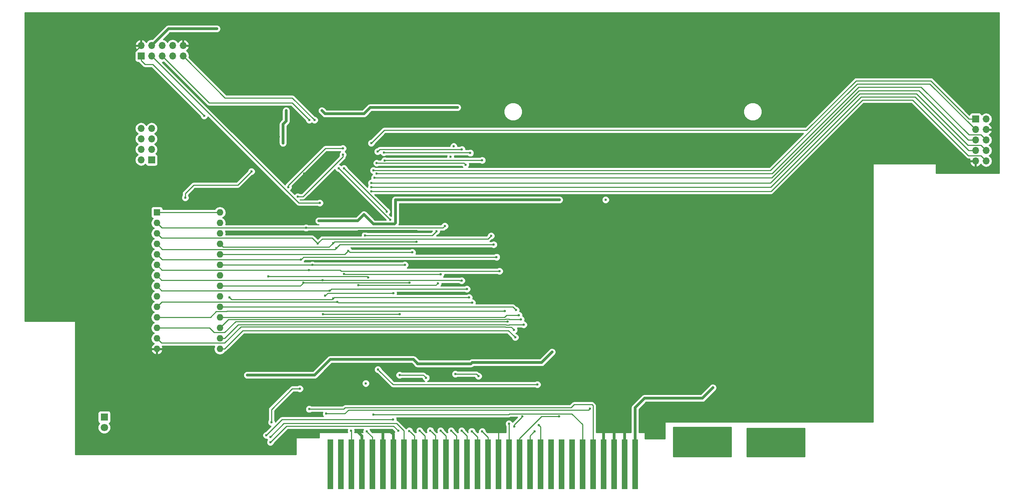
<source format=gbr>
%TF.GenerationSoftware,KiCad,Pcbnew,4.0.7-e2-6376~61~ubuntu18.04.1*%
%TF.CreationDate,2018-07-10T18:24:55-07:00*%
%TF.ProjectId,tipi-peb,746970692D7065622E6B696361645F70,rev?*%
%TF.FileFunction,Copper,L2,Bot,Signal*%
%FSLAX46Y46*%
G04 Gerber Fmt 4.6, Leading zero omitted, Abs format (unit mm)*
G04 Created by KiCad (PCBNEW 4.0.7-e2-6376~61~ubuntu18.04.1) date Tue Jul 10 18:24:55 2018*
%MOMM*%
%LPD*%
G01*
G04 APERTURE LIST*
%ADD10C,0.150000*%
%ADD11R,1.700000X1.700000*%
%ADD12O,1.700000X1.700000*%
%ADD13R,1.800000X1.800000*%
%ADD14C,1.800000*%
%ADD15R,1.400000X12.000000*%
%ADD16R,1.600000X1.600000*%
%ADD17O,1.600000X1.600000*%
%ADD18C,0.600000*%
%ADD19C,0.650000*%
%ADD20C,0.250000*%
%ADD21C,0.254000*%
G04 APERTURE END LIST*
D10*
D11*
X50800000Y-90424000D03*
D12*
X48260000Y-90424000D03*
X50800000Y-87884000D03*
X48260000Y-87884000D03*
X50800000Y-85344000D03*
X48260000Y-85344000D03*
X50800000Y-82804000D03*
X48260000Y-82804000D03*
D13*
X39370000Y-152654000D03*
D14*
X39370000Y-155194000D03*
D15*
X162560000Y-164084000D03*
X167640000Y-164084000D03*
X165100000Y-164084000D03*
X160020000Y-164084000D03*
X157480000Y-164084000D03*
X154940000Y-164084000D03*
X152400000Y-164084000D03*
X149860000Y-164084000D03*
X147320000Y-164084000D03*
X144780000Y-164084000D03*
X142240000Y-164084000D03*
X139700000Y-164084000D03*
X137160000Y-164084000D03*
X134620000Y-164084000D03*
X132080000Y-164084000D03*
X129540000Y-164084000D03*
X127000000Y-164084000D03*
X124460000Y-164084000D03*
X121920000Y-164084000D03*
X119380000Y-164084000D03*
X116840000Y-164084000D03*
X114300000Y-164084000D03*
X111760000Y-164084000D03*
X109220000Y-164084000D03*
X106680000Y-164084000D03*
X104140000Y-164084000D03*
X101600000Y-164084000D03*
X99060000Y-164084000D03*
X96520000Y-164084000D03*
X93980000Y-164084000D03*
D11*
X48260000Y-65278000D03*
D12*
X48260000Y-62738000D03*
X50800000Y-65278000D03*
X50800000Y-62738000D03*
X53340000Y-65278000D03*
X53340000Y-62738000D03*
X55880000Y-65278000D03*
X55880000Y-62738000D03*
X58420000Y-65278000D03*
X58420000Y-62738000D03*
D11*
X249936000Y-80518000D03*
D12*
X252476000Y-80518000D03*
X249936000Y-83058000D03*
X252476000Y-83058000D03*
X249936000Y-85598000D03*
X252476000Y-85598000D03*
X249936000Y-88138000D03*
X252476000Y-88138000D03*
X249936000Y-90678000D03*
X252476000Y-90678000D03*
D16*
X52070000Y-103124000D03*
D17*
X67310000Y-136144000D03*
X52070000Y-105664000D03*
X67310000Y-133604000D03*
X52070000Y-108204000D03*
X67310000Y-131064000D03*
X52070000Y-110744000D03*
X67310000Y-128524000D03*
X52070000Y-113284000D03*
X67310000Y-125984000D03*
X52070000Y-115824000D03*
X67310000Y-123444000D03*
X52070000Y-118364000D03*
X67310000Y-120904000D03*
X52070000Y-120904000D03*
X67310000Y-118364000D03*
X52070000Y-123444000D03*
X67310000Y-115824000D03*
X52070000Y-125984000D03*
X67310000Y-113284000D03*
X52070000Y-128524000D03*
X67310000Y-110744000D03*
X52070000Y-131064000D03*
X67310000Y-108204000D03*
X52070000Y-133604000D03*
X67310000Y-105664000D03*
X52070000Y-136144000D03*
X67310000Y-103124000D03*
D18*
X89662000Y-135890000D03*
X77724000Y-152146000D03*
X114808000Y-107696000D03*
X134112000Y-154178000D03*
X165100000Y-150368000D03*
X204216000Y-145542000D03*
X199159749Y-143608516D03*
X183896000Y-143510000D03*
X45974000Y-74168000D03*
X94996000Y-133604000D03*
X124206000Y-134620000D03*
X130048000Y-134620000D03*
X144018000Y-136906000D03*
X104394000Y-134112000D03*
X89906127Y-88925056D03*
X87691337Y-90028176D03*
X110490000Y-135890000D03*
X117094000Y-134874000D03*
X189484000Y-161036000D03*
X186944000Y-161036000D03*
X189484000Y-156210000D03*
X178308000Y-156210000D03*
X178308000Y-161036000D03*
X180594000Y-161036000D03*
X183896000Y-161036000D03*
X99679032Y-87884000D03*
X96229685Y-86020512D03*
X81534000Y-89480990D03*
X140335096Y-148112787D03*
X93218000Y-108458000D03*
X100838000Y-107696000D03*
X93726000Y-74422000D03*
X100076000Y-74930000D03*
X98044000Y-96774000D03*
X91186000Y-85090000D03*
X81534000Y-84836000D03*
X87630000Y-93726000D03*
X87630000Y-96520000D03*
X107696000Y-155956000D03*
X107188000Y-149098000D03*
X100330000Y-155956000D03*
X94234000Y-149860000D03*
X97206738Y-147937823D03*
X124302316Y-147605871D03*
X111314696Y-147896329D03*
X90170000Y-142494000D03*
X73914000Y-142494000D03*
X147574000Y-136906000D03*
X128270000Y-139446000D03*
X114808000Y-139446000D03*
X106426000Y-138684000D03*
X160528000Y-100076000D03*
X83312000Y-78486000D03*
X82550000Y-86360000D03*
X83312000Y-81026000D03*
X66548000Y-58674000D03*
X91948000Y-78486000D03*
X102108000Y-79248000D03*
X124714000Y-77724000D03*
X91186000Y-105156000D03*
X102108000Y-103632000D03*
X149352000Y-100076000D03*
X109728000Y-100076000D03*
X204724000Y-161290000D03*
X207518000Y-161290000D03*
X207518000Y-156464000D03*
X196088000Y-156464000D03*
X196088000Y-161290000D03*
X198628000Y-161290000D03*
X201676000Y-161290000D03*
X186436000Y-145542000D03*
X88901640Y-150727773D03*
X104394000Y-152048328D03*
X144425653Y-154633710D03*
X143367547Y-156101032D03*
X149309912Y-152498339D03*
X137165766Y-154271234D03*
X130710632Y-156158890D03*
X128179362Y-156090106D03*
X125730000Y-155956000D03*
X123190000Y-155956000D03*
X120650000Y-155956000D03*
X118172041Y-155914843D03*
X115570000Y-155956000D03*
X113081987Y-155997384D03*
X79502000Y-157480000D03*
X102777936Y-156135483D03*
X110744000Y-127762000D03*
X92202000Y-127762000D03*
X98990977Y-155946163D03*
X92975726Y-151843615D03*
X156718000Y-150622000D03*
X140434093Y-152498339D03*
X138430000Y-154940000D03*
X110401828Y-155964421D03*
X79502000Y-158750000D03*
X109157008Y-153249054D03*
X78514412Y-157049486D03*
X63500000Y-79756000D03*
X91440000Y-100838000D03*
X88900000Y-80772000D03*
X90170000Y-80772000D03*
X129794000Y-142748000D03*
X124206000Y-142240000D03*
X117140439Y-143138990D03*
X110737165Y-142480427D03*
X103886000Y-86360000D03*
X104394000Y-92964000D03*
X104648000Y-94731010D03*
X103886000Y-97028000D03*
X103886000Y-98044000D03*
X103886000Y-96012000D03*
X105156000Y-93726000D03*
X78994000Y-118618000D03*
X103124000Y-118872000D03*
X138685023Y-133350000D03*
X123065853Y-89688620D03*
X88141023Y-106875744D03*
X121666000Y-106426000D03*
X140724881Y-130302000D03*
X107152836Y-90556011D03*
X130695877Y-90505752D03*
X90928405Y-110653733D03*
X132856507Y-108783986D03*
X140090990Y-129032000D03*
X106934000Y-88646000D03*
X127825292Y-88744287D03*
X133486990Y-110911374D03*
X95418506Y-111760000D03*
X139595800Y-128016000D03*
X105410000Y-88392000D03*
X125788907Y-87892458D03*
X86899010Y-114559410D03*
X134182566Y-113925119D03*
X138865290Y-126746000D03*
X123821320Y-87157808D03*
X134874000Y-117348000D03*
X88819181Y-117063782D03*
X58928000Y-99568000D03*
X74930000Y-93218000D03*
X92146255Y-119516990D03*
X125730000Y-119634000D03*
X87521074Y-120144096D03*
X113166990Y-120142000D03*
X93868765Y-122056990D03*
X127000000Y-121666000D03*
X127508000Y-123698000D03*
X94720528Y-123932898D03*
X69596000Y-123698000D03*
X112014000Y-115824000D03*
X89653971Y-115836149D03*
X128270000Y-124968000D03*
X95709082Y-124755477D03*
X98344867Y-112406749D03*
X113792000Y-112776000D03*
X136147132Y-127000000D03*
X114808000Y-110236000D03*
X94654000Y-110606441D03*
X136859160Y-129540000D03*
X86106000Y-99314000D03*
X97028000Y-89154000D03*
X138415279Y-131572000D03*
X105205691Y-91181021D03*
X126692092Y-91577287D03*
X97028000Y-87630000D03*
X83820000Y-97028000D03*
X109220000Y-122682000D03*
X92766216Y-123307888D03*
X96012000Y-92456000D03*
X108458000Y-104902000D03*
X107635051Y-102930949D03*
X97282000Y-92456000D03*
X105499348Y-141143084D03*
X144018000Y-144780000D03*
X97273108Y-117992990D03*
X120650000Y-118110000D03*
X100769429Y-120767010D03*
X120024990Y-120271562D03*
X102358110Y-108683341D03*
X119634000Y-107696000D03*
X102565520Y-144496597D03*
X79756000Y-153924000D03*
X86614000Y-145796000D03*
D19*
X100838000Y-107696000D02*
X114808000Y-107696000D01*
D20*
X134620000Y-164084000D02*
X134620000Y-154686000D01*
X134620000Y-154686000D02*
X134112000Y-154178000D01*
D19*
X204216000Y-145542000D02*
X202282516Y-143608516D01*
X202282516Y-143608516D02*
X199584013Y-143608516D01*
X199584013Y-143608516D02*
X199159749Y-143608516D01*
X199061233Y-143510000D02*
X199159749Y-143608516D01*
X183896000Y-143510000D02*
X199061233Y-143510000D01*
X160020000Y-164084000D02*
X160020000Y-151638000D01*
X183896000Y-143510000D02*
X171958000Y-143510000D01*
X171958000Y-143510000D02*
X165100000Y-150368000D01*
X165100000Y-150368000D02*
X165100000Y-164084000D01*
X162560000Y-164084000D02*
X162560000Y-151384000D01*
X162560000Y-151384000D02*
X163576000Y-150368000D01*
X163576000Y-150368000D02*
X165100000Y-150368000D01*
X161290000Y-150368000D02*
X165100000Y-150368000D01*
X160020000Y-151638000D02*
X161290000Y-150368000D01*
D20*
X45974000Y-74168000D02*
X45974000Y-65024000D01*
X45974000Y-65024000D02*
X48260000Y-62738000D01*
X94996000Y-133604000D02*
X95504000Y-134112000D01*
X95504000Y-134112000D02*
X104394000Y-134112000D01*
X124206000Y-134620000D02*
X117348000Y-134620000D01*
X117348000Y-134620000D02*
X117094000Y-134874000D01*
X130048000Y-134620000D02*
X124206000Y-134620000D01*
X144018000Y-136906000D02*
X141732000Y-134620000D01*
X141732000Y-134620000D02*
X130048000Y-134620000D01*
X104394000Y-134112000D02*
X108712000Y-134112000D01*
X108712000Y-134112000D02*
X110490000Y-135890000D01*
D19*
X100538001Y-107995999D02*
X100838000Y-107696000D01*
X100076000Y-108458000D02*
X100538001Y-107995999D01*
X93218000Y-108458000D02*
X100076000Y-108458000D01*
D20*
X117094000Y-134874000D02*
X111506000Y-134874000D01*
X111506000Y-134874000D02*
X110490000Y-135890000D01*
X186944000Y-161036000D02*
X189484000Y-161036000D01*
X178308000Y-156210000D02*
X189484000Y-156210000D01*
X180594000Y-161036000D02*
X178308000Y-161036000D01*
X183896000Y-161036000D02*
X180594000Y-161036000D01*
D19*
X109220000Y-164084000D02*
X109220000Y-156815799D01*
X109220000Y-156815799D02*
X108360201Y-155956000D01*
X108360201Y-155956000D02*
X107696000Y-155956000D01*
X101600000Y-157226000D02*
X100330000Y-155956000D01*
X101600000Y-164084000D02*
X101600000Y-157226000D01*
X107696000Y-155956000D02*
X107188000Y-155956000D01*
X107188000Y-155956000D02*
X106680000Y-156464000D01*
X106680000Y-156464000D02*
X106680000Y-164084000D01*
D20*
X106680000Y-164084000D02*
X106680000Y-158884000D01*
D19*
X90170000Y-142494000D02*
X93980000Y-138684000D01*
X73914000Y-142494000D02*
X90170000Y-142494000D01*
X93980000Y-138684000D02*
X106426000Y-138684000D01*
D20*
X67310000Y-103124000D02*
X52070000Y-103124000D01*
D19*
X127970001Y-139745999D02*
X128270000Y-139446000D01*
X114808000Y-139446000D02*
X115107999Y-139745999D01*
X115107999Y-139745999D02*
X127970001Y-139745999D01*
X128270000Y-139446000D02*
X145034000Y-139446000D01*
X145034000Y-139446000D02*
X147574000Y-136906000D01*
X106426000Y-138684000D02*
X114046000Y-138684000D01*
X114046000Y-138684000D02*
X114808000Y-139446000D01*
X83312000Y-81026000D02*
X83312000Y-78486000D01*
X82550000Y-86360000D02*
X82550000Y-81788000D01*
X82550000Y-81788000D02*
X83312000Y-81026000D01*
X50800000Y-62738000D02*
X51649999Y-61888001D01*
X51649999Y-61888001D02*
X54864000Y-58674000D01*
X54864000Y-58674000D02*
X66040000Y-58674000D01*
X66040000Y-58674000D02*
X66548000Y-58674000D01*
X91948000Y-78486000D02*
X92710000Y-79248000D01*
X92710000Y-79248000D02*
X102108000Y-79248000D01*
X124714000Y-77724000D02*
X103632000Y-77724000D01*
X103632000Y-77724000D02*
X102108000Y-79248000D01*
X109474000Y-105918000D02*
X104394000Y-105918000D01*
X109728000Y-100076000D02*
X109728000Y-105664000D01*
X109728000Y-105664000D02*
X109474000Y-105918000D01*
X104394000Y-105918000D02*
X102108000Y-103632000D01*
X100584000Y-105156000D02*
X102108000Y-103632000D01*
X91186000Y-105156000D02*
X100584000Y-105156000D01*
X149352000Y-100076000D02*
X109728000Y-100076000D01*
D20*
X207518000Y-161290000D02*
X204724000Y-161290000D01*
X207518000Y-156464000D02*
X207518000Y-161290000D01*
X196088000Y-161290000D02*
X196088000Y-156464000D01*
X201676000Y-161290000D02*
X198628000Y-161290000D01*
D19*
X169926000Y-148082000D02*
X183896000Y-148082000D01*
X183896000Y-148082000D02*
X186436000Y-145542000D01*
X167640000Y-150368000D02*
X169926000Y-148082000D01*
X167640000Y-164084000D02*
X167640000Y-150368000D01*
D20*
X89325904Y-150727773D02*
X88901640Y-150727773D01*
X97219009Y-150727773D02*
X89325904Y-150727773D01*
X97578782Y-150368000D02*
X97219009Y-150727773D01*
X152908000Y-149606000D02*
X152146000Y-150368000D01*
X157226000Y-149606000D02*
X152908000Y-149606000D01*
X157480000Y-149860000D02*
X157226000Y-149606000D01*
X152146000Y-150368000D02*
X97578782Y-150368000D01*
X157480000Y-164084000D02*
X157480000Y-149860000D01*
X154940000Y-164084000D02*
X154940000Y-154432000D01*
X154940000Y-154432000D02*
X152381329Y-151873329D01*
X152381329Y-151873329D02*
X137254865Y-151873329D01*
X137079866Y-152048328D02*
X135674270Y-152048328D01*
X137254865Y-151873329D02*
X137079866Y-152048328D01*
X135674270Y-152048328D02*
X104394000Y-152048328D01*
X144780000Y-154988057D02*
X144725652Y-154933709D01*
X144780000Y-164084000D02*
X144780000Y-154988057D01*
X144725652Y-154933709D02*
X144425653Y-154633710D01*
X142240000Y-157228579D02*
X143067548Y-156401031D01*
X143067548Y-156401031D02*
X143367547Y-156101032D01*
X142240000Y-164084000D02*
X142240000Y-157228579D01*
X148885648Y-152498339D02*
X149309912Y-152498339D01*
X145035661Y-152498339D02*
X148885648Y-152498339D01*
X139700000Y-157834000D02*
X145035661Y-152498339D01*
X139700000Y-164084000D02*
X139700000Y-157834000D01*
X137160000Y-154277000D02*
X137165766Y-154271234D01*
X137160000Y-164084000D02*
X137160000Y-154277000D01*
X131010631Y-156458889D02*
X130710632Y-156158890D01*
X132080000Y-157528258D02*
X131010631Y-156458889D01*
X132080000Y-164084000D02*
X132080000Y-157528258D01*
X128479361Y-156390105D02*
X128179362Y-156090106D01*
X129540000Y-157450744D02*
X128479361Y-156390105D01*
X129540000Y-164084000D02*
X129540000Y-157450744D01*
X127000000Y-164084000D02*
X127000000Y-157226000D01*
X127000000Y-157226000D02*
X125730000Y-155956000D01*
X124460000Y-164084000D02*
X124460000Y-157226000D01*
X124460000Y-157226000D02*
X123190000Y-155956000D01*
X121920000Y-164084000D02*
X121920000Y-157226000D01*
X121920000Y-157226000D02*
X120650000Y-155956000D01*
X118472040Y-156214842D02*
X118172041Y-155914843D01*
X119380000Y-157122802D02*
X118472040Y-156214842D01*
X119380000Y-164084000D02*
X119380000Y-157122802D01*
X116840000Y-164084000D02*
X116840000Y-157226000D01*
X116840000Y-157226000D02*
X115570000Y-155956000D01*
X114300000Y-157215397D02*
X113381986Y-156297383D01*
X114300000Y-164084000D02*
X114300000Y-157215397D01*
X113381986Y-156297383D02*
X113081987Y-155997384D01*
X82793459Y-154188541D02*
X88984010Y-154188541D01*
X111760000Y-155956000D02*
X111760000Y-157834000D01*
X109982000Y-154178000D02*
X111760000Y-155956000D01*
X111760000Y-157834000D02*
X111760000Y-164084000D01*
X79502000Y-157480000D02*
X82793459Y-154188541D01*
X88994551Y-154178000D02*
X109982000Y-154178000D01*
X88984010Y-154188541D02*
X88994551Y-154178000D01*
X111760000Y-158270832D02*
X111760000Y-164084000D01*
X104140000Y-157497547D02*
X103077935Y-156435482D01*
X104140000Y-164084000D02*
X104140000Y-157497547D01*
X103077935Y-156435482D02*
X102777936Y-156135483D01*
X92202000Y-127762000D02*
X110744000Y-127762000D01*
X99060000Y-156015186D02*
X98990977Y-155946163D01*
X99060000Y-164084000D02*
X99060000Y-156015186D01*
X93399990Y-151843615D02*
X92975726Y-151843615D01*
X156418001Y-150921999D02*
X98384094Y-150921999D01*
X156718000Y-150622000D02*
X156418001Y-150921999D01*
X98384094Y-150921999D02*
X97462478Y-151843615D01*
X97462478Y-151843615D02*
X93399990Y-151843615D01*
X138430000Y-154502432D02*
X140134094Y-152798338D01*
X138430000Y-154940000D02*
X138430000Y-154502432D01*
X140134094Y-152798338D02*
X140434093Y-152498339D01*
X79502000Y-158750000D02*
X83429010Y-154822990D01*
X83429010Y-154822990D02*
X109260397Y-154822990D01*
X109260397Y-154822990D02*
X110401828Y-155964421D01*
X78514412Y-157049486D02*
X82314844Y-153249054D01*
X82314844Y-153249054D02*
X108732744Y-153249054D01*
X108732744Y-153249054D02*
X109157008Y-153249054D01*
X51054000Y-67310000D02*
X49192000Y-67310000D01*
X49192000Y-67310000D02*
X48260000Y-66378000D01*
X48260000Y-66378000D02*
X48260000Y-65278000D01*
X63500000Y-79756000D02*
X51054000Y-67310000D01*
X86360000Y-100838000D02*
X51649999Y-66127999D01*
X91440000Y-100838000D02*
X86360000Y-100838000D01*
X51649999Y-66127999D02*
X50800000Y-65278000D01*
X88900000Y-80772000D02*
X84743013Y-76615013D01*
X84743013Y-76615013D02*
X64677013Y-76615013D01*
X64677013Y-76615013D02*
X54189999Y-66127999D01*
X54189999Y-66127999D02*
X53340000Y-65278000D01*
X90170000Y-80772000D02*
X84824980Y-75426980D01*
X84824980Y-75426980D02*
X68568980Y-75426980D01*
X68568980Y-75426980D02*
X59269999Y-66127999D01*
X59269999Y-66127999D02*
X58420000Y-65278000D01*
X129286000Y-142240000D02*
X124206000Y-142240000D01*
X129794000Y-142748000D02*
X129286000Y-142240000D01*
X116481876Y-142480427D02*
X116840440Y-142838991D01*
X110737165Y-142480427D02*
X116481876Y-142480427D01*
X116840440Y-142838991D02*
X117140439Y-143138990D01*
X103886000Y-86360000D02*
X107012527Y-83233473D01*
X107012527Y-83233473D02*
X209116437Y-83233473D01*
X209116437Y-83233473D02*
X221097217Y-71252693D01*
X248836000Y-80518000D02*
X249936000Y-80518000D01*
X221097217Y-71252693D02*
X239097180Y-71252693D01*
X248362487Y-80518000D02*
X248836000Y-80518000D01*
X239097180Y-71252693D02*
X248362487Y-80518000D01*
X104394000Y-92964000D02*
X200394405Y-92964000D01*
X200394405Y-92964000D02*
X221348988Y-72009417D01*
X221348988Y-72009417D02*
X238887417Y-72009417D01*
X238887417Y-72009417D02*
X249086001Y-82208001D01*
X249086001Y-82208001D02*
X249936000Y-83058000D01*
X104648000Y-94731010D02*
X200706828Y-94731010D01*
X200706828Y-94731010D02*
X221786714Y-73651124D01*
X221786714Y-73651124D02*
X236271516Y-73651124D01*
X236271516Y-73651124D02*
X248218392Y-85598000D01*
X248218392Y-85598000D02*
X248733919Y-85598000D01*
X248733919Y-85598000D02*
X249936000Y-85598000D01*
X103886000Y-97028000D02*
X200427933Y-97028000D01*
X248733919Y-88138000D02*
X249936000Y-88138000D01*
X200427933Y-97028000D02*
X222291360Y-75164573D01*
X222291360Y-75164573D02*
X235280583Y-75164573D01*
X235280583Y-75164573D02*
X248254010Y-88138000D01*
X248254010Y-88138000D02*
X248733919Y-88138000D01*
X103886000Y-98044000D02*
X200506081Y-98044000D01*
X200506081Y-98044000D02*
X222603132Y-75946949D01*
X222603132Y-75946949D02*
X234725666Y-75946949D01*
X234725666Y-75946949D02*
X248188858Y-89410141D01*
X248188858Y-89410141D02*
X251208141Y-89410141D01*
X251208141Y-89410141D02*
X251626001Y-89828001D01*
X251626001Y-89828001D02*
X252476000Y-90678000D01*
X103886000Y-96012000D02*
X200374100Y-96012000D01*
X200374100Y-96012000D02*
X221965426Y-74420674D01*
X221965426Y-74420674D02*
X235655145Y-74420674D01*
X235655145Y-74420674D02*
X248117754Y-86883283D01*
X248117754Y-86883283D02*
X251221283Y-86883283D01*
X251221283Y-86883283D02*
X251626001Y-87288001D01*
X251626001Y-87288001D02*
X252476000Y-88138000D01*
X105156000Y-93726000D02*
X200739262Y-93726000D01*
X200739262Y-93726000D02*
X221673469Y-72791793D01*
X221673469Y-72791793D02*
X236773791Y-72791793D01*
X251626001Y-84748001D02*
X252476000Y-85598000D01*
X236773791Y-72791793D02*
X248334745Y-84352747D01*
X248334745Y-84352747D02*
X251230747Y-84352747D01*
X251230747Y-84352747D02*
X251626001Y-84748001D01*
X78994000Y-118618000D02*
X102870000Y-118618000D01*
X102870000Y-118618000D02*
X103124000Y-118872000D01*
X138385024Y-133050001D02*
X138685023Y-133350000D01*
X68441370Y-136144000D02*
X72878137Y-131707233D01*
X67310000Y-136144000D02*
X68441370Y-136144000D01*
X72878137Y-131707233D02*
X137042256Y-131707233D01*
X137042256Y-131707233D02*
X138385024Y-133050001D01*
X52070000Y-105664000D02*
X53281744Y-106875744D01*
X53281744Y-106875744D02*
X87716759Y-106875744D01*
X87716759Y-106875744D02*
X88141023Y-106875744D01*
X88565287Y-106875744D02*
X88141023Y-106875744D01*
X121666000Y-106426000D02*
X121216256Y-106875744D01*
X121216256Y-106875744D02*
X88565287Y-106875744D01*
X137276164Y-130302000D02*
X140300617Y-130302000D01*
X71743370Y-130302000D02*
X136442156Y-130302000D01*
X140300617Y-130302000D02*
X140724881Y-130302000D01*
X137159162Y-130419002D02*
X137276164Y-130302000D01*
X136442156Y-130302000D02*
X136559158Y-130419002D01*
X68441370Y-133604000D02*
X71743370Y-130302000D01*
X67310000Y-133604000D02*
X68441370Y-133604000D01*
X136559158Y-130419002D02*
X137159162Y-130419002D01*
X107203095Y-90505752D02*
X107152836Y-90556011D01*
X130695877Y-90505752D02*
X107203095Y-90505752D01*
X132856507Y-108783986D02*
X132119234Y-109521259D01*
X132119234Y-109521259D02*
X92060879Y-109521259D01*
X92060879Y-109521259D02*
X91228404Y-110353734D01*
X91228404Y-110353734D02*
X90928405Y-110653733D01*
X53195001Y-109329001D02*
X89603673Y-109329001D01*
X90628406Y-110353734D02*
X90928405Y-110653733D01*
X89603673Y-109329001D02*
X90628406Y-110353734D01*
X52070000Y-108204000D02*
X53195001Y-109329001D01*
X139666726Y-129032000D02*
X140090990Y-129032000D01*
X136305159Y-128914999D02*
X137159162Y-128914998D01*
X137276164Y-129032000D02*
X139666726Y-129032000D01*
X137159162Y-128914998D02*
X137276164Y-129032000D01*
X69342000Y-129032000D02*
X136188158Y-129032000D01*
X67310000Y-131064000D02*
X69342000Y-129032000D01*
X136188158Y-129032000D02*
X136305159Y-128914999D01*
X106934000Y-88646000D02*
X127727005Y-88646000D01*
X127727005Y-88646000D02*
X127825292Y-88744287D01*
X133062726Y-110911374D02*
X133486990Y-110911374D01*
X95418506Y-111760000D02*
X96267132Y-110911374D01*
X96267132Y-110911374D02*
X133062726Y-110911374D01*
X53385999Y-112059999D02*
X95118507Y-112059999D01*
X52070000Y-110744000D02*
X53385999Y-112059999D01*
X95118507Y-112059999D02*
X95418506Y-111760000D01*
X139171536Y-128016000D02*
X139595800Y-128016000D01*
X67310000Y-128524000D02*
X136059747Y-128524000D01*
X136059747Y-128524000D02*
X136567747Y-128016000D01*
X136567747Y-128016000D02*
X139171536Y-128016000D01*
X105410000Y-88392000D02*
X105909542Y-87892458D01*
X105909542Y-87892458D02*
X125788907Y-87892458D01*
X53345410Y-114559410D02*
X86474746Y-114559410D01*
X52070000Y-113284000D02*
X53345410Y-114559410D01*
X134182566Y-113925119D02*
X87533301Y-113925119D01*
X87533301Y-113925119D02*
X87199009Y-114259411D01*
X86474746Y-114559410D02*
X86899010Y-114559410D01*
X87199009Y-114259411D02*
X86899010Y-114559410D01*
X138103290Y-125984000D02*
X138865290Y-126746000D01*
X67310000Y-125984000D02*
X138103290Y-125984000D01*
X89243445Y-117063782D02*
X88819181Y-117063782D01*
X96361054Y-117063782D02*
X89243445Y-117063782D01*
X96645272Y-117348000D02*
X96361054Y-117063782D01*
X134874000Y-117348000D02*
X96645272Y-117348000D01*
X88394917Y-117063782D02*
X88819181Y-117063782D01*
X53309782Y-117063782D02*
X88394917Y-117063782D01*
X52070000Y-115824000D02*
X53309782Y-117063782D01*
X60960000Y-96520000D02*
X58928000Y-98552000D01*
X58928000Y-98552000D02*
X58928000Y-99568000D01*
X71628000Y-96520000D02*
X60960000Y-96520000D01*
X74930000Y-93218000D02*
X71628000Y-96520000D01*
X125730000Y-119634000D02*
X125305736Y-119634000D01*
X125305736Y-119634000D02*
X125188726Y-119516990D01*
X125188726Y-119516990D02*
X92570519Y-119516990D01*
X92570519Y-119516990D02*
X92146255Y-119516990D01*
X53222990Y-119516990D02*
X91721991Y-119516990D01*
X91721991Y-119516990D02*
X92146255Y-119516990D01*
X52070000Y-118364000D02*
X53222990Y-119516990D01*
X92195887Y-119627887D02*
X92202000Y-119634000D01*
X86761170Y-120904000D02*
X87221075Y-120444095D01*
X87221075Y-120444095D02*
X87521074Y-120144096D01*
X67310000Y-120904000D02*
X86761170Y-120904000D01*
X113166990Y-120142000D02*
X87523170Y-120142000D01*
X87523170Y-120142000D02*
X87521074Y-120144096D01*
X53222990Y-122056990D02*
X93444501Y-122056990D01*
X94259755Y-121666000D02*
X94168764Y-121756991D01*
X127000000Y-121666000D02*
X94259755Y-121666000D01*
X52070000Y-120904000D02*
X53222990Y-122056990D01*
X94168764Y-121756991D02*
X93868765Y-122056990D01*
X93444501Y-122056990D02*
X93868765Y-122056990D01*
X70130897Y-124232897D02*
X94420529Y-124232897D01*
X69596000Y-123698000D02*
X70130897Y-124232897D01*
X94420529Y-124232897D02*
X94720528Y-123932898D01*
X127508000Y-123698000D02*
X94955426Y-123698000D01*
X94955426Y-123698000D02*
X94720528Y-123932898D01*
X112014000Y-115824000D02*
X89666120Y-115824000D01*
X89666120Y-115824000D02*
X89653971Y-115836149D01*
X67310000Y-115824000D02*
X89641822Y-115824000D01*
X89641822Y-115824000D02*
X89653971Y-115836149D01*
X128270000Y-124968000D02*
X95921605Y-124968000D01*
X95921605Y-124968000D02*
X95709082Y-124755477D01*
X53298523Y-124755477D02*
X95284818Y-124755477D01*
X95284818Y-124755477D02*
X95709082Y-124755477D01*
X52070000Y-125984000D02*
X53298523Y-124755477D01*
X98644866Y-112706748D02*
X98344867Y-112406749D01*
X98714118Y-112776000D02*
X98644866Y-112706748D01*
X98044868Y-112706748D02*
X98344867Y-112406749D01*
X67310000Y-113284000D02*
X97467616Y-113284000D01*
X113792000Y-112776000D02*
X98714118Y-112776000D01*
X97467616Y-113284000D02*
X98044868Y-112706748D01*
X68943001Y-127109001D02*
X69052002Y-127000000D01*
X69052002Y-127000000D02*
X136147132Y-127000000D01*
X65024000Y-128524000D02*
X66438999Y-127109001D01*
X66438999Y-127109001D02*
X68943001Y-127109001D01*
X52070000Y-128524000D02*
X65024000Y-128524000D01*
X68109999Y-111543999D02*
X93716442Y-111543999D01*
X93716442Y-111543999D02*
X94354001Y-110906440D01*
X67310000Y-110744000D02*
X68109999Y-111543999D01*
X94354001Y-110906440D02*
X94654000Y-110606441D01*
X114808000Y-110236000D02*
X95024441Y-110236000D01*
X95024441Y-110236000D02*
X94654000Y-110606441D01*
X136605160Y-129540000D02*
X136859160Y-129540000D01*
X71120000Y-129540000D02*
X136605160Y-129540000D01*
X68470999Y-132189001D02*
X71120000Y-129540000D01*
X64770000Y-131064000D02*
X65895001Y-132189001D01*
X65895001Y-132189001D02*
X68470999Y-132189001D01*
X52070000Y-131064000D02*
X64770000Y-131064000D01*
X86530264Y-99314000D02*
X86106000Y-99314000D01*
X97028000Y-89154000D02*
X97028000Y-89679441D01*
X97028000Y-89679441D02*
X87393441Y-99314000D01*
X87393441Y-99314000D02*
X86530264Y-99314000D01*
X138115280Y-131272001D02*
X138415279Y-131572000D01*
X136372758Y-130869013D02*
X137712292Y-130869013D01*
X136313745Y-130810000D02*
X136372758Y-130869013D01*
X137712292Y-130869013D02*
X138115280Y-131272001D01*
X72390000Y-130810000D02*
X136313745Y-130810000D01*
X68470999Y-134729001D02*
X72390000Y-130810000D01*
X53195001Y-134729001D02*
X68470999Y-134729001D01*
X52070000Y-133604000D02*
X53195001Y-134729001D01*
X126692092Y-91577287D02*
X126692092Y-91560400D01*
X126692092Y-91560400D02*
X126312713Y-91181021D01*
X126312713Y-91181021D02*
X105505690Y-91181021D01*
X105505690Y-91181021D02*
X105205691Y-91181021D01*
X83820000Y-97028000D02*
X83820000Y-96603736D01*
X83820000Y-96603736D02*
X92793736Y-87630000D01*
X92793736Y-87630000D02*
X96603736Y-87630000D01*
X96603736Y-87630000D02*
X97028000Y-87630000D01*
X109220000Y-122682000D02*
X93392104Y-122682000D01*
X93392104Y-122682000D02*
X92766216Y-123307888D01*
X108458000Y-104902000D02*
X96012000Y-92456000D01*
X107635051Y-102809051D02*
X107635051Y-102930949D01*
X97282000Y-92456000D02*
X107635051Y-102809051D01*
X105799347Y-141443083D02*
X105499348Y-141143084D01*
X144018000Y-144780000D02*
X109136264Y-144780000D01*
X109136264Y-144780000D02*
X105799347Y-141443083D01*
X97390118Y-118110000D02*
X97273108Y-117992990D01*
X120650000Y-118110000D02*
X97390118Y-118110000D01*
X120024990Y-120271562D02*
X119529542Y-120767010D01*
X119529542Y-120767010D02*
X101193693Y-120767010D01*
X101193693Y-120767010D02*
X100769429Y-120767010D01*
X118646659Y-108683341D02*
X102782374Y-108683341D01*
X119634000Y-107696000D02*
X118646659Y-108683341D01*
X102782374Y-108683341D02*
X102358110Y-108683341D01*
X86614000Y-145796000D02*
X84807526Y-145796000D01*
X84807526Y-145796000D02*
X79759137Y-150844389D01*
X79759137Y-150844389D02*
X79759137Y-153920863D01*
X79759137Y-153920863D02*
X79756000Y-153924000D01*
D21*
G36*
X208661000Y-162179000D02*
X194691000Y-162179000D01*
X194691000Y-155321000D01*
X208661000Y-155321000D01*
X208661000Y-162179000D01*
X208661000Y-162179000D01*
G37*
X208661000Y-162179000D02*
X194691000Y-162179000D01*
X194691000Y-155321000D01*
X208661000Y-155321000D01*
X208661000Y-162179000D01*
G36*
X255651000Y-93599000D02*
X240411000Y-93599000D01*
X240411000Y-91440000D01*
X240400994Y-91390590D01*
X240372553Y-91348965D01*
X240330159Y-91321685D01*
X240284000Y-91313000D01*
X225298000Y-91313000D01*
X225248590Y-91323006D01*
X225206965Y-91351447D01*
X225179685Y-91393841D01*
X225171000Y-91440000D01*
X225171000Y-153797000D01*
X175006000Y-153797000D01*
X174956590Y-153807006D01*
X174914965Y-153835447D01*
X174887685Y-153877841D01*
X174879000Y-153924000D01*
X174879000Y-157861000D01*
X170053000Y-157861000D01*
X170053000Y-156464000D01*
X170042994Y-156414590D01*
X170014553Y-156372965D01*
X169972159Y-156345685D01*
X169926000Y-156337000D01*
X168600000Y-156337000D01*
X168600000Y-150765646D01*
X170323645Y-149042000D01*
X183895995Y-149042000D01*
X183896000Y-149042001D01*
X184263376Y-148968924D01*
X184574823Y-148760823D01*
X187114822Y-146220823D01*
X187185703Y-146114742D01*
X187228192Y-146072327D01*
X187251418Y-146016392D01*
X187322924Y-145909376D01*
X187347814Y-145784247D01*
X187370838Y-145728799D01*
X187370891Y-145668232D01*
X187396000Y-145542000D01*
X187371110Y-145416869D01*
X187371162Y-145356833D01*
X187348034Y-145300858D01*
X187322924Y-145174624D01*
X187252044Y-145068545D01*
X187229117Y-145013057D01*
X187186326Y-144970192D01*
X187114822Y-144863178D01*
X187008743Y-144792298D01*
X186966327Y-144749808D01*
X186910391Y-144726581D01*
X186803376Y-144655076D01*
X186678247Y-144630186D01*
X186622799Y-144607162D01*
X186562232Y-144607109D01*
X186436000Y-144582000D01*
X186310869Y-144606890D01*
X186250833Y-144606838D01*
X186194858Y-144629966D01*
X186068624Y-144655076D01*
X185962544Y-144725956D01*
X185907057Y-144748883D01*
X185864193Y-144791672D01*
X185757177Y-144863178D01*
X183498354Y-147122000D01*
X169926005Y-147122000D01*
X169926000Y-147121999D01*
X169558624Y-147195076D01*
X169247177Y-147403177D01*
X169247175Y-147403180D01*
X166961177Y-149689177D01*
X166753076Y-150000624D01*
X166679999Y-150368000D01*
X166680000Y-150368005D01*
X166680000Y-156337000D01*
X158240000Y-156337000D01*
X158240000Y-149860000D01*
X158182148Y-149569161D01*
X158182148Y-149569160D01*
X158017401Y-149322599D01*
X157763401Y-149068599D01*
X157516839Y-148903852D01*
X157226000Y-148846000D01*
X152908000Y-148846000D01*
X152617161Y-148903852D01*
X152370599Y-149068599D01*
X151831198Y-149608000D01*
X97578782Y-149608000D01*
X97287943Y-149665852D01*
X97041381Y-149830599D01*
X96904207Y-149967773D01*
X89464103Y-149967773D01*
X89431967Y-149935581D01*
X89088439Y-149792935D01*
X88716473Y-149792611D01*
X88372697Y-149934656D01*
X88109448Y-150197446D01*
X87966802Y-150540974D01*
X87966478Y-150912940D01*
X88108523Y-151256716D01*
X88371313Y-151519965D01*
X88714841Y-151662611D01*
X89086807Y-151662935D01*
X89430583Y-151520890D01*
X89463758Y-151487773D01*
X92111081Y-151487773D01*
X92040888Y-151656816D01*
X92040564Y-152028782D01*
X92182609Y-152372558D01*
X92298902Y-152489054D01*
X82314844Y-152489054D01*
X82072258Y-152537308D01*
X82024004Y-152546906D01*
X81777443Y-152711653D01*
X80691110Y-153797986D01*
X80691162Y-153738833D01*
X80549117Y-153395057D01*
X80519137Y-153365025D01*
X80519137Y-151159191D01*
X85122328Y-146556000D01*
X86051537Y-146556000D01*
X86083673Y-146588192D01*
X86427201Y-146730838D01*
X86799167Y-146731162D01*
X87142943Y-146589117D01*
X87406192Y-146326327D01*
X87548838Y-145982799D01*
X87549162Y-145610833D01*
X87407117Y-145267057D01*
X87144327Y-145003808D01*
X86800799Y-144861162D01*
X86428833Y-144860838D01*
X86085057Y-145002883D01*
X86051882Y-145036000D01*
X84807526Y-145036000D01*
X84516686Y-145093852D01*
X84270125Y-145258599D01*
X79221736Y-150306988D01*
X79056989Y-150553550D01*
X78999137Y-150844389D01*
X78999137Y-153358406D01*
X78963808Y-153393673D01*
X78821162Y-153737201D01*
X78820838Y-154109167D01*
X78962883Y-154452943D01*
X79225673Y-154716192D01*
X79569201Y-154858838D01*
X79630205Y-154858891D01*
X78374732Y-156114364D01*
X78329245Y-156114324D01*
X77985469Y-156256369D01*
X77722220Y-156519159D01*
X77579574Y-156862687D01*
X77579250Y-157234653D01*
X77721295Y-157578429D01*
X77984085Y-157841678D01*
X78327613Y-157984324D01*
X78698844Y-157984647D01*
X78708883Y-158008943D01*
X78814710Y-158114954D01*
X78709808Y-158219673D01*
X78567162Y-158563201D01*
X78566838Y-158935167D01*
X78708883Y-159278943D01*
X78971673Y-159542192D01*
X79315201Y-159684838D01*
X79687167Y-159685162D01*
X80030943Y-159543117D01*
X80294192Y-159280327D01*
X80436838Y-158936799D01*
X80436879Y-158889923D01*
X83743812Y-155582990D01*
X98129376Y-155582990D01*
X98056139Y-155759364D01*
X98055815Y-156131330D01*
X98140796Y-156337000D01*
X91440000Y-156337000D01*
X91390590Y-156347006D01*
X91348965Y-156375447D01*
X91321685Y-156417841D01*
X91313000Y-156464000D01*
X91313000Y-157607000D01*
X85852000Y-157607000D01*
X85802590Y-157617006D01*
X85760965Y-157645447D01*
X85733685Y-157687841D01*
X85725000Y-157734000D01*
X85725000Y-161671000D01*
X32385000Y-161671000D01*
X32385000Y-151754000D01*
X37822560Y-151754000D01*
X37822560Y-153554000D01*
X37866838Y-153789317D01*
X38005910Y-154005441D01*
X38218110Y-154150431D01*
X38238534Y-154154567D01*
X38069449Y-154323357D01*
X37835267Y-154887330D01*
X37834735Y-155497991D01*
X38067932Y-156062371D01*
X38499357Y-156494551D01*
X39063330Y-156728733D01*
X39673991Y-156729265D01*
X40238371Y-156496068D01*
X40670551Y-156064643D01*
X40904733Y-155500670D01*
X40905265Y-154890009D01*
X40672068Y-154325629D01*
X40504120Y-154157387D01*
X40505317Y-154157162D01*
X40721441Y-154018090D01*
X40866431Y-153805890D01*
X40917440Y-153554000D01*
X40917440Y-151754000D01*
X40873162Y-151518683D01*
X40734090Y-151302559D01*
X40521890Y-151157569D01*
X40270000Y-151106560D01*
X38470000Y-151106560D01*
X38234683Y-151150838D01*
X38018559Y-151289910D01*
X37873569Y-151502110D01*
X37822560Y-151754000D01*
X32385000Y-151754000D01*
X32385000Y-144681764D01*
X101630358Y-144681764D01*
X101772403Y-145025540D01*
X102035193Y-145288789D01*
X102378721Y-145431435D01*
X102750687Y-145431759D01*
X103094463Y-145289714D01*
X103357712Y-145026924D01*
X103500358Y-144683396D01*
X103500682Y-144311430D01*
X103358637Y-143967654D01*
X103095847Y-143704405D01*
X102752319Y-143561759D01*
X102380353Y-143561435D01*
X102036577Y-143703480D01*
X101773328Y-143966270D01*
X101630682Y-144309798D01*
X101630358Y-144681764D01*
X32385000Y-144681764D01*
X32385000Y-142494000D01*
X72954000Y-142494000D01*
X72978890Y-142619131D01*
X72978838Y-142679167D01*
X73001966Y-142735142D01*
X73027076Y-142861376D01*
X73097957Y-142967457D01*
X73120883Y-143022943D01*
X73163670Y-143065805D01*
X73235177Y-143172823D01*
X73341260Y-143243705D01*
X73383673Y-143286192D01*
X73439607Y-143309418D01*
X73546624Y-143380924D01*
X73671753Y-143405814D01*
X73727201Y-143428838D01*
X73787768Y-143428891D01*
X73914000Y-143454000D01*
X90169995Y-143454000D01*
X90170000Y-143454001D01*
X90295135Y-143429110D01*
X90355167Y-143429162D01*
X90411141Y-143406034D01*
X90537376Y-143380924D01*
X90643457Y-143310043D01*
X90698943Y-143287117D01*
X90741805Y-143244330D01*
X90848823Y-143172823D01*
X92693394Y-141328251D01*
X104564186Y-141328251D01*
X104706231Y-141672027D01*
X104969021Y-141935276D01*
X105312549Y-142077922D01*
X105359425Y-142077963D01*
X108598863Y-145317401D01*
X108845424Y-145482148D01*
X109136264Y-145540000D01*
X143455537Y-145540000D01*
X143487673Y-145572192D01*
X143831201Y-145714838D01*
X144203167Y-145715162D01*
X144546943Y-145573117D01*
X144810192Y-145310327D01*
X144952838Y-144966799D01*
X144953162Y-144594833D01*
X144811117Y-144251057D01*
X144548327Y-143987808D01*
X144204799Y-143845162D01*
X143832833Y-143844838D01*
X143489057Y-143986883D01*
X143455882Y-144020000D01*
X117456664Y-144020000D01*
X117669382Y-143932107D01*
X117932631Y-143669317D01*
X118075277Y-143325789D01*
X118075601Y-142953823D01*
X117933556Y-142610047D01*
X117748999Y-142425167D01*
X123270838Y-142425167D01*
X123412883Y-142768943D01*
X123675673Y-143032192D01*
X124019201Y-143174838D01*
X124391167Y-143175162D01*
X124734943Y-143033117D01*
X124768118Y-143000000D01*
X128886453Y-143000000D01*
X129000883Y-143276943D01*
X129263673Y-143540192D01*
X129607201Y-143682838D01*
X129979167Y-143683162D01*
X130322943Y-143541117D01*
X130586192Y-143278327D01*
X130728838Y-142934799D01*
X130729162Y-142562833D01*
X130587117Y-142219057D01*
X130324327Y-141955808D01*
X129980799Y-141813162D01*
X129933923Y-141813121D01*
X129823401Y-141702599D01*
X129576839Y-141537852D01*
X129286000Y-141480000D01*
X124768463Y-141480000D01*
X124736327Y-141447808D01*
X124392799Y-141305162D01*
X124020833Y-141304838D01*
X123677057Y-141446883D01*
X123413808Y-141709673D01*
X123271162Y-142053201D01*
X123270838Y-142425167D01*
X117748999Y-142425167D01*
X117670766Y-142346798D01*
X117327238Y-142204152D01*
X117280362Y-142204111D01*
X117019277Y-141943026D01*
X116772715Y-141778279D01*
X116481876Y-141720427D01*
X111299628Y-141720427D01*
X111267492Y-141688235D01*
X110923964Y-141545589D01*
X110551998Y-141545265D01*
X110208222Y-141687310D01*
X109944973Y-141950100D01*
X109802327Y-142293628D01*
X109802003Y-142665594D01*
X109944048Y-143009370D01*
X110206838Y-143272619D01*
X110550366Y-143415265D01*
X110922332Y-143415589D01*
X111266108Y-143273544D01*
X111299283Y-143240427D01*
X116167074Y-143240427D01*
X116205317Y-143278670D01*
X116205277Y-143324157D01*
X116347322Y-143667933D01*
X116610112Y-143931182D01*
X116824008Y-144020000D01*
X109451066Y-144020000D01*
X106434470Y-141003404D01*
X106434510Y-140957917D01*
X106292465Y-140614141D01*
X106029675Y-140350892D01*
X105686147Y-140208246D01*
X105314181Y-140207922D01*
X104970405Y-140349967D01*
X104707156Y-140612757D01*
X104564510Y-140956285D01*
X104564186Y-141328251D01*
X92693394Y-141328251D01*
X94377645Y-139644000D01*
X113648354Y-139644000D01*
X114129175Y-140124820D01*
X114129177Y-140124823D01*
X114429174Y-140424819D01*
X114429176Y-140424822D01*
X114699855Y-140605683D01*
X114740623Y-140632923D01*
X115107999Y-140706000D01*
X115108004Y-140705999D01*
X127969996Y-140705999D01*
X127970001Y-140706000D01*
X128337377Y-140632923D01*
X128648824Y-140424822D01*
X128667646Y-140406000D01*
X145033995Y-140406000D01*
X145034000Y-140406001D01*
X145401376Y-140332924D01*
X145712823Y-140124823D01*
X148252822Y-137584823D01*
X148323703Y-137478742D01*
X148366192Y-137436327D01*
X148389418Y-137380392D01*
X148460924Y-137273376D01*
X148485814Y-137148247D01*
X148508838Y-137092799D01*
X148508891Y-137032232D01*
X148534000Y-136906000D01*
X148509110Y-136780869D01*
X148509162Y-136720833D01*
X148486034Y-136664858D01*
X148460924Y-136538624D01*
X148390044Y-136432545D01*
X148367117Y-136377057D01*
X148324326Y-136334192D01*
X148252822Y-136227178D01*
X148146743Y-136156298D01*
X148104327Y-136113808D01*
X148048391Y-136090581D01*
X147941376Y-136019076D01*
X147816247Y-135994186D01*
X147760799Y-135971162D01*
X147700232Y-135971109D01*
X147574000Y-135946000D01*
X147448869Y-135970890D01*
X147388833Y-135970838D01*
X147332858Y-135993966D01*
X147206624Y-136019076D01*
X147100544Y-136089956D01*
X147045057Y-136112883D01*
X147002193Y-136155672D01*
X146895177Y-136227178D01*
X144636354Y-138486000D01*
X128270005Y-138486000D01*
X128270000Y-138485999D01*
X128144865Y-138510890D01*
X128084833Y-138510838D01*
X128028859Y-138533966D01*
X127902624Y-138559076D01*
X127796543Y-138629957D01*
X127741057Y-138652883D01*
X127698195Y-138695670D01*
X127591177Y-138767177D01*
X127591175Y-138767180D01*
X127572356Y-138785999D01*
X115505645Y-138785999D01*
X115486823Y-138767177D01*
X115486820Y-138767175D01*
X114724823Y-138005177D01*
X114413376Y-137797076D01*
X114046000Y-137723999D01*
X114045995Y-137724000D01*
X93980005Y-137724000D01*
X93980000Y-137723999D01*
X93612624Y-137797076D01*
X93301177Y-138005177D01*
X93301175Y-138005180D01*
X89772354Y-141534000D01*
X73914000Y-141534000D01*
X73788869Y-141558890D01*
X73728833Y-141558838D01*
X73672858Y-141581966D01*
X73546624Y-141607076D01*
X73440543Y-141677957D01*
X73385057Y-141700883D01*
X73342195Y-141743670D01*
X73235177Y-141815177D01*
X73164295Y-141921260D01*
X73121808Y-141963673D01*
X73098582Y-142019607D01*
X73027076Y-142126624D01*
X73002186Y-142251753D01*
X72979162Y-142307201D01*
X72979109Y-142367768D01*
X72954000Y-142494000D01*
X32385000Y-142494000D01*
X32385000Y-136493039D01*
X50678096Y-136493039D01*
X50838959Y-136881423D01*
X51214866Y-137296389D01*
X51720959Y-137535914D01*
X51943000Y-137414629D01*
X51943000Y-136271000D01*
X52197000Y-136271000D01*
X52197000Y-137414629D01*
X52419041Y-137535914D01*
X52925134Y-137296389D01*
X53301041Y-136881423D01*
X53461904Y-136493039D01*
X53339915Y-136271000D01*
X52197000Y-136271000D01*
X51943000Y-136271000D01*
X50800085Y-136271000D01*
X50678096Y-136493039D01*
X32385000Y-136493039D01*
X32385000Y-129540000D01*
X32374994Y-129490590D01*
X32346553Y-129448965D01*
X32304159Y-129421685D01*
X32258000Y-129413000D01*
X20193000Y-129413000D01*
X20193000Y-99753167D01*
X57992838Y-99753167D01*
X58134883Y-100096943D01*
X58397673Y-100360192D01*
X58741201Y-100502838D01*
X59113167Y-100503162D01*
X59456943Y-100361117D01*
X59720192Y-100098327D01*
X59862838Y-99754799D01*
X59863162Y-99382833D01*
X59721117Y-99039057D01*
X59688000Y-99005882D01*
X59688000Y-98866802D01*
X61274802Y-97280000D01*
X71628000Y-97280000D01*
X71918839Y-97222148D01*
X72165401Y-97057401D01*
X75069680Y-94153122D01*
X75115167Y-94153162D01*
X75458943Y-94011117D01*
X75722192Y-93748327D01*
X75864838Y-93404799D01*
X75865162Y-93032833D01*
X75723117Y-92689057D01*
X75460327Y-92425808D01*
X75116799Y-92283162D01*
X74744833Y-92282838D01*
X74401057Y-92424883D01*
X74137808Y-92687673D01*
X73995162Y-93031201D01*
X73995121Y-93078077D01*
X71313198Y-95760000D01*
X60960000Y-95760000D01*
X60669161Y-95817852D01*
X60422599Y-95982599D01*
X58390599Y-98014599D01*
X58225852Y-98261161D01*
X58168000Y-98552000D01*
X58168000Y-99005537D01*
X58135808Y-99037673D01*
X57993162Y-99381201D01*
X57992838Y-99753167D01*
X20193000Y-99753167D01*
X20193000Y-82804000D01*
X46745907Y-82804000D01*
X46858946Y-83372285D01*
X47180853Y-83854054D01*
X47510026Y-84074000D01*
X47180853Y-84293946D01*
X46858946Y-84775715D01*
X46745907Y-85344000D01*
X46858946Y-85912285D01*
X47180853Y-86394054D01*
X47510026Y-86614000D01*
X47180853Y-86833946D01*
X46858946Y-87315715D01*
X46745907Y-87884000D01*
X46858946Y-88452285D01*
X47180853Y-88934054D01*
X47510026Y-89154000D01*
X47180853Y-89373946D01*
X46858946Y-89855715D01*
X46745907Y-90424000D01*
X46858946Y-90992285D01*
X47180853Y-91474054D01*
X47662622Y-91795961D01*
X48230907Y-91909000D01*
X48289093Y-91909000D01*
X48857378Y-91795961D01*
X49339147Y-91474054D01*
X49339971Y-91472821D01*
X49346838Y-91509317D01*
X49485910Y-91725441D01*
X49698110Y-91870431D01*
X49950000Y-91921440D01*
X51650000Y-91921440D01*
X51885317Y-91877162D01*
X52101441Y-91738090D01*
X52246431Y-91525890D01*
X52297440Y-91274000D01*
X52297440Y-89574000D01*
X52253162Y-89338683D01*
X52114090Y-89122559D01*
X51901890Y-88977569D01*
X51834459Y-88963914D01*
X51879147Y-88934054D01*
X52201054Y-88452285D01*
X52314093Y-87884000D01*
X52201054Y-87315715D01*
X51879147Y-86833946D01*
X51549974Y-86614000D01*
X51879147Y-86394054D01*
X52201054Y-85912285D01*
X52314093Y-85344000D01*
X52201054Y-84775715D01*
X51879147Y-84293946D01*
X51549974Y-84074000D01*
X51879147Y-83854054D01*
X52201054Y-83372285D01*
X52314093Y-82804000D01*
X52201054Y-82235715D01*
X51879147Y-81753946D01*
X51397378Y-81432039D01*
X50829093Y-81319000D01*
X50770907Y-81319000D01*
X50202622Y-81432039D01*
X49720853Y-81753946D01*
X49530000Y-82039578D01*
X49339147Y-81753946D01*
X48857378Y-81432039D01*
X48289093Y-81319000D01*
X48230907Y-81319000D01*
X47662622Y-81432039D01*
X47180853Y-81753946D01*
X46858946Y-82235715D01*
X46745907Y-82804000D01*
X20193000Y-82804000D01*
X20193000Y-64428000D01*
X46762560Y-64428000D01*
X46762560Y-66128000D01*
X46806838Y-66363317D01*
X46945910Y-66579441D01*
X47158110Y-66724431D01*
X47410000Y-66775440D01*
X47629080Y-66775440D01*
X47722599Y-66915401D01*
X48654599Y-67847401D01*
X48901161Y-68012148D01*
X49192000Y-68070000D01*
X50739198Y-68070000D01*
X62564878Y-79895680D01*
X62564838Y-79941167D01*
X62706883Y-80284943D01*
X62969673Y-80548192D01*
X63313201Y-80690838D01*
X63685167Y-80691162D01*
X64028943Y-80549117D01*
X64292192Y-80286327D01*
X64421681Y-79974483D01*
X85822599Y-101375401D01*
X86069161Y-101540148D01*
X86360000Y-101598000D01*
X90877537Y-101598000D01*
X90909673Y-101630192D01*
X91253201Y-101772838D01*
X91625167Y-101773162D01*
X91968943Y-101631117D01*
X92232192Y-101368327D01*
X92374838Y-101024799D01*
X92375162Y-100652833D01*
X92233117Y-100309057D01*
X91970327Y-100045808D01*
X91626799Y-99903162D01*
X91254833Y-99902838D01*
X90911057Y-100044883D01*
X90877882Y-100078000D01*
X86674802Y-100078000D01*
X86670802Y-100074000D01*
X87393441Y-100074000D01*
X87684280Y-100016148D01*
X87930842Y-99851401D01*
X95095620Y-92686623D01*
X95218883Y-92984943D01*
X95481673Y-93248192D01*
X95825201Y-93390838D01*
X95872077Y-93390879D01*
X107439198Y-104958000D01*
X104791645Y-104958000D01*
X102786823Y-102953177D01*
X102680740Y-102882295D01*
X102638327Y-102839808D01*
X102582393Y-102816582D01*
X102475376Y-102745076D01*
X102350246Y-102720186D01*
X102294799Y-102697162D01*
X102234235Y-102697109D01*
X102108000Y-102671999D01*
X101982865Y-102696890D01*
X101922833Y-102696838D01*
X101866859Y-102719966D01*
X101740624Y-102745076D01*
X101634543Y-102815957D01*
X101579057Y-102838883D01*
X101536195Y-102881670D01*
X101429177Y-102953177D01*
X101429175Y-102953180D01*
X100186354Y-104196000D01*
X91186000Y-104196000D01*
X91060869Y-104220890D01*
X91000833Y-104220838D01*
X90944858Y-104243966D01*
X90818624Y-104269076D01*
X90712543Y-104339957D01*
X90657057Y-104362883D01*
X90614195Y-104405670D01*
X90507177Y-104477177D01*
X90436295Y-104583260D01*
X90393808Y-104625673D01*
X90370582Y-104681607D01*
X90299076Y-104788624D01*
X90274186Y-104913753D01*
X90251162Y-104969201D01*
X90251109Y-105029768D01*
X90226000Y-105156000D01*
X90250890Y-105281131D01*
X90250838Y-105341167D01*
X90273966Y-105397142D01*
X90299076Y-105523376D01*
X90369957Y-105629457D01*
X90392883Y-105684943D01*
X90435670Y-105727805D01*
X90507177Y-105834823D01*
X90613260Y-105905705D01*
X90655673Y-105948192D01*
X90711607Y-105971418D01*
X90818624Y-106042924D01*
X90943753Y-106067814D01*
X90999201Y-106090838D01*
X91059768Y-106090891D01*
X91184713Y-106115744D01*
X88703486Y-106115744D01*
X88671350Y-106083552D01*
X88327822Y-105940906D01*
X87955856Y-105940582D01*
X87612080Y-106082627D01*
X87578905Y-106115744D01*
X68683255Y-106115744D01*
X68773113Y-105664000D01*
X68663880Y-105114849D01*
X68352811Y-104649302D01*
X67970725Y-104394000D01*
X68352811Y-104138698D01*
X68663880Y-103673151D01*
X68773113Y-103124000D01*
X68663880Y-102574849D01*
X68352811Y-102109302D01*
X67887264Y-101798233D01*
X67338113Y-101689000D01*
X67281887Y-101689000D01*
X66732736Y-101798233D01*
X66267189Y-102109302D01*
X66097005Y-102364000D01*
X53517440Y-102364000D01*
X53517440Y-102324000D01*
X53473162Y-102088683D01*
X53334090Y-101872559D01*
X53121890Y-101727569D01*
X52870000Y-101676560D01*
X51270000Y-101676560D01*
X51034683Y-101720838D01*
X50818559Y-101859910D01*
X50673569Y-102072110D01*
X50622560Y-102324000D01*
X50622560Y-103924000D01*
X50666838Y-104159317D01*
X50805910Y-104375441D01*
X51018110Y-104520431D01*
X51173089Y-104551815D01*
X51027189Y-104649302D01*
X50716120Y-105114849D01*
X50606887Y-105664000D01*
X50716120Y-106213151D01*
X51027189Y-106678698D01*
X51409275Y-106934000D01*
X51027189Y-107189302D01*
X50716120Y-107654849D01*
X50606887Y-108204000D01*
X50716120Y-108753151D01*
X51027189Y-109218698D01*
X51409275Y-109474000D01*
X51027189Y-109729302D01*
X50716120Y-110194849D01*
X50606887Y-110744000D01*
X50716120Y-111293151D01*
X51027189Y-111758698D01*
X51409275Y-112014000D01*
X51027189Y-112269302D01*
X50716120Y-112734849D01*
X50606887Y-113284000D01*
X50716120Y-113833151D01*
X51027189Y-114298698D01*
X51409275Y-114554000D01*
X51027189Y-114809302D01*
X50716120Y-115274849D01*
X50606887Y-115824000D01*
X50716120Y-116373151D01*
X51027189Y-116838698D01*
X51409275Y-117094000D01*
X51027189Y-117349302D01*
X50716120Y-117814849D01*
X50606887Y-118364000D01*
X50716120Y-118913151D01*
X51027189Y-119378698D01*
X51409275Y-119634000D01*
X51027189Y-119889302D01*
X50716120Y-120354849D01*
X50606887Y-120904000D01*
X50716120Y-121453151D01*
X51027189Y-121918698D01*
X51409275Y-122174000D01*
X51027189Y-122429302D01*
X50716120Y-122894849D01*
X50606887Y-123444000D01*
X50716120Y-123993151D01*
X51027189Y-124458698D01*
X51409275Y-124714000D01*
X51027189Y-124969302D01*
X50716120Y-125434849D01*
X50606887Y-125984000D01*
X50716120Y-126533151D01*
X51027189Y-126998698D01*
X51409275Y-127254000D01*
X51027189Y-127509302D01*
X50716120Y-127974849D01*
X50606887Y-128524000D01*
X50716120Y-129073151D01*
X51027189Y-129538698D01*
X51409275Y-129794000D01*
X51027189Y-130049302D01*
X50716120Y-130514849D01*
X50606887Y-131064000D01*
X50716120Y-131613151D01*
X51027189Y-132078698D01*
X51409275Y-132334000D01*
X51027189Y-132589302D01*
X50716120Y-133054849D01*
X50606887Y-133604000D01*
X50716120Y-134153151D01*
X51027189Y-134618698D01*
X51431703Y-134888986D01*
X51214866Y-134991611D01*
X50838959Y-135406577D01*
X50678096Y-135794961D01*
X50800085Y-136017000D01*
X51943000Y-136017000D01*
X51943000Y-135997000D01*
X52197000Y-135997000D01*
X52197000Y-136017000D01*
X53339915Y-136017000D01*
X53461904Y-135794961D01*
X53335180Y-135489001D01*
X66026845Y-135489001D01*
X65956120Y-135594849D01*
X65846887Y-136144000D01*
X65956120Y-136693151D01*
X66267189Y-137158698D01*
X66732736Y-137469767D01*
X67281887Y-137579000D01*
X67338113Y-137579000D01*
X67887264Y-137469767D01*
X68352811Y-137158698D01*
X68535507Y-136885275D01*
X68732209Y-136846148D01*
X68978771Y-136681401D01*
X73192939Y-132467233D01*
X136727454Y-132467233D01*
X137749901Y-133489680D01*
X137749861Y-133535167D01*
X137891906Y-133878943D01*
X138154696Y-134142192D01*
X138498224Y-134284838D01*
X138870190Y-134285162D01*
X139213966Y-134143117D01*
X139477215Y-133880327D01*
X139619861Y-133536799D01*
X139620185Y-133164833D01*
X139478140Y-132821057D01*
X139215350Y-132557808D01*
X138871822Y-132415162D01*
X138824946Y-132415121D01*
X138824436Y-132414611D01*
X138944222Y-132365117D01*
X139207471Y-132102327D01*
X139350117Y-131758799D01*
X139350441Y-131386833D01*
X139216223Y-131062000D01*
X140162418Y-131062000D01*
X140194554Y-131094192D01*
X140538082Y-131236838D01*
X140910048Y-131237162D01*
X141253824Y-131095117D01*
X141517073Y-130832327D01*
X141659719Y-130488799D01*
X141660043Y-130116833D01*
X141517998Y-129773057D01*
X141255208Y-129509808D01*
X140956495Y-129385771D01*
X141025828Y-129218799D01*
X141026152Y-128846833D01*
X140884107Y-128503057D01*
X140621317Y-128239808D01*
X140530639Y-128202155D01*
X140530962Y-127830833D01*
X140388917Y-127487057D01*
X140126127Y-127223808D01*
X139782599Y-127081162D01*
X139738538Y-127081124D01*
X139800128Y-126932799D01*
X139800452Y-126560833D01*
X139658407Y-126217057D01*
X139395617Y-125953808D01*
X139052089Y-125811162D01*
X139005213Y-125811121D01*
X138640691Y-125446599D01*
X138394129Y-125281852D01*
X138103290Y-125224000D01*
X129176103Y-125224000D01*
X129204838Y-125154799D01*
X129205162Y-124782833D01*
X129063117Y-124439057D01*
X128800327Y-124175808D01*
X128456799Y-124033162D01*
X128381259Y-124033096D01*
X128442838Y-123884799D01*
X128443162Y-123512833D01*
X128301117Y-123169057D01*
X128038327Y-122905808D01*
X127694799Y-122763162D01*
X127322833Y-122762838D01*
X126979057Y-122904883D01*
X126945882Y-122938000D01*
X110126103Y-122938000D01*
X110154838Y-122868799D01*
X110155162Y-122496833D01*
X110125894Y-122426000D01*
X126437537Y-122426000D01*
X126469673Y-122458192D01*
X126813201Y-122600838D01*
X127185167Y-122601162D01*
X127528943Y-122459117D01*
X127792192Y-122196327D01*
X127934838Y-121852799D01*
X127935162Y-121480833D01*
X127793117Y-121137057D01*
X127530327Y-120873808D01*
X127186799Y-120731162D01*
X126814833Y-120730838D01*
X126471057Y-120872883D01*
X126437882Y-120906000D01*
X120712889Y-120906000D01*
X120817182Y-120801889D01*
X120959828Y-120458361D01*
X120959986Y-120276990D01*
X124926361Y-120276990D01*
X125014897Y-120336148D01*
X125133296Y-120359699D01*
X125199673Y-120426192D01*
X125543201Y-120568838D01*
X125915167Y-120569162D01*
X126258943Y-120427117D01*
X126522192Y-120164327D01*
X126664838Y-119820799D01*
X126665162Y-119448833D01*
X126523117Y-119105057D01*
X126260327Y-118841808D01*
X125916799Y-118699162D01*
X125544833Y-118698838D01*
X125334106Y-118785908D01*
X125188726Y-118756990D01*
X121325325Y-118756990D01*
X121442192Y-118640327D01*
X121584838Y-118296799D01*
X121585002Y-118108000D01*
X134311537Y-118108000D01*
X134343673Y-118140192D01*
X134687201Y-118282838D01*
X135059167Y-118283162D01*
X135402943Y-118141117D01*
X135666192Y-117878327D01*
X135808838Y-117534799D01*
X135809162Y-117162833D01*
X135667117Y-116819057D01*
X135404327Y-116555808D01*
X135060799Y-116413162D01*
X134688833Y-116412838D01*
X134345057Y-116554883D01*
X134311882Y-116588000D01*
X112572111Y-116588000D01*
X112806192Y-116354327D01*
X112948838Y-116010799D01*
X112949162Y-115638833D01*
X112807117Y-115295057D01*
X112544327Y-115031808D01*
X112200799Y-114889162D01*
X111828833Y-114888838D01*
X111485057Y-115030883D01*
X111451882Y-115064000D01*
X90204306Y-115064000D01*
X90184298Y-115043957D01*
X89840770Y-114901311D01*
X89468804Y-114900987D01*
X89125028Y-115043032D01*
X89104023Y-115064000D01*
X87701889Y-115064000D01*
X87833848Y-114746209D01*
X87833889Y-114699333D01*
X87848103Y-114685119D01*
X133620103Y-114685119D01*
X133652239Y-114717311D01*
X133995767Y-114859957D01*
X134367733Y-114860281D01*
X134711509Y-114718236D01*
X134974758Y-114455446D01*
X135117404Y-114111918D01*
X135117728Y-113739952D01*
X134975683Y-113396176D01*
X134712893Y-113132927D01*
X134369365Y-112990281D01*
X133997399Y-112989957D01*
X133653623Y-113132002D01*
X133620448Y-113165119D01*
X114642827Y-113165119D01*
X114726838Y-112962799D01*
X114727162Y-112590833D01*
X114585117Y-112247057D01*
X114322327Y-111983808D01*
X113978799Y-111841162D01*
X113606833Y-111840838D01*
X113263057Y-111982883D01*
X113229882Y-112016000D01*
X99195084Y-112016000D01*
X99137984Y-111877806D01*
X98931912Y-111671374D01*
X132924527Y-111671374D01*
X132956663Y-111703566D01*
X133300191Y-111846212D01*
X133672157Y-111846536D01*
X134015933Y-111704491D01*
X134279182Y-111441701D01*
X134421828Y-111098173D01*
X134422152Y-110726207D01*
X134280107Y-110382431D01*
X134017317Y-110119182D01*
X133673789Y-109976536D01*
X133301823Y-109976212D01*
X132958047Y-110118257D01*
X132924872Y-110151374D01*
X132517878Y-110151374D01*
X132656635Y-110058660D01*
X132996187Y-109719108D01*
X133041674Y-109719148D01*
X133385450Y-109577103D01*
X133648699Y-109314313D01*
X133791345Y-108970785D01*
X133791669Y-108598819D01*
X133649624Y-108255043D01*
X133386834Y-107991794D01*
X133043306Y-107849148D01*
X132671340Y-107848824D01*
X132327564Y-107990869D01*
X132064315Y-108253659D01*
X131921669Y-108597187D01*
X131921628Y-108644063D01*
X131804432Y-108761259D01*
X119643543Y-108761259D01*
X119773680Y-108631122D01*
X119819167Y-108631162D01*
X120162943Y-108489117D01*
X120426192Y-108226327D01*
X120568838Y-107882799D01*
X120569053Y-107635744D01*
X121216256Y-107635744D01*
X121507095Y-107577892D01*
X121753657Y-107413145D01*
X121805680Y-107361122D01*
X121851167Y-107361162D01*
X122194943Y-107219117D01*
X122458192Y-106956327D01*
X122600838Y-106612799D01*
X122601162Y-106240833D01*
X122459117Y-105897057D01*
X122196327Y-105633808D01*
X121852799Y-105491162D01*
X121480833Y-105490838D01*
X121137057Y-105632883D01*
X120873808Y-105895673D01*
X120782426Y-106115744D01*
X110558551Y-106115744D01*
X110614924Y-106031376D01*
X110630148Y-105954839D01*
X110688001Y-105664000D01*
X110688000Y-105663995D01*
X110688000Y-101036000D01*
X149352000Y-101036000D01*
X149477131Y-101011110D01*
X149537167Y-101011162D01*
X149593142Y-100988034D01*
X149719376Y-100962924D01*
X149825457Y-100892043D01*
X149880943Y-100869117D01*
X149923805Y-100826330D01*
X150030823Y-100754823D01*
X150101705Y-100648740D01*
X150144192Y-100606327D01*
X150167418Y-100550393D01*
X150238924Y-100443376D01*
X150263814Y-100318247D01*
X150286838Y-100262799D01*
X150286839Y-100261167D01*
X159592838Y-100261167D01*
X159734883Y-100604943D01*
X159997673Y-100868192D01*
X160341201Y-101010838D01*
X160713167Y-101011162D01*
X161056943Y-100869117D01*
X161320192Y-100606327D01*
X161462838Y-100262799D01*
X161463162Y-99890833D01*
X161321117Y-99547057D01*
X161058327Y-99283808D01*
X160714799Y-99141162D01*
X160342833Y-99140838D01*
X159999057Y-99282883D01*
X159735808Y-99545673D01*
X159593162Y-99889201D01*
X159592838Y-100261167D01*
X150286839Y-100261167D01*
X150286891Y-100202232D01*
X150312000Y-100076000D01*
X150287110Y-99950869D01*
X150287162Y-99890833D01*
X150264034Y-99834858D01*
X150238924Y-99708624D01*
X150168043Y-99602543D01*
X150145117Y-99547057D01*
X150102330Y-99504195D01*
X150030823Y-99397177D01*
X149924740Y-99326295D01*
X149882327Y-99283808D01*
X149826393Y-99260582D01*
X149719376Y-99189076D01*
X149594247Y-99164186D01*
X149538799Y-99141162D01*
X149478232Y-99141109D01*
X149352000Y-99116000D01*
X109728000Y-99116000D01*
X109602869Y-99140890D01*
X109542833Y-99140838D01*
X109486858Y-99163966D01*
X109360624Y-99189076D01*
X109254543Y-99259957D01*
X109199057Y-99282883D01*
X109156195Y-99325670D01*
X109049177Y-99397177D01*
X108978295Y-99503260D01*
X108935808Y-99545673D01*
X108912582Y-99601607D01*
X108841076Y-99708624D01*
X108816186Y-99833753D01*
X108793162Y-99889201D01*
X108793109Y-99949768D01*
X108768000Y-100076000D01*
X108768000Y-104018320D01*
X108644799Y-103967162D01*
X108597923Y-103967121D01*
X108259514Y-103628712D01*
X108427243Y-103461276D01*
X108569889Y-103117748D01*
X108570213Y-102745782D01*
X108428168Y-102402006D01*
X108165378Y-102138757D01*
X107950215Y-102049413D01*
X104704802Y-98804000D01*
X200506081Y-98804000D01*
X200796920Y-98746148D01*
X201043482Y-98581401D01*
X208589993Y-91034890D01*
X248494524Y-91034890D01*
X248664355Y-91444924D01*
X249054642Y-91873183D01*
X249579108Y-92119486D01*
X249809000Y-91998819D01*
X249809000Y-90805000D01*
X248615845Y-90805000D01*
X248494524Y-91034890D01*
X208589993Y-91034890D01*
X222917934Y-76706949D01*
X234410864Y-76706949D01*
X247651457Y-89947542D01*
X247898019Y-90112289D01*
X248188858Y-90170141D01*
X248557053Y-90170141D01*
X248494524Y-90321110D01*
X248615845Y-90551000D01*
X249809000Y-90551000D01*
X249809000Y-90531000D01*
X250063000Y-90531000D01*
X250063000Y-90551000D01*
X250083000Y-90551000D01*
X250083000Y-90805000D01*
X250063000Y-90805000D01*
X250063000Y-91998819D01*
X250292892Y-92119486D01*
X250817358Y-91873183D01*
X251207645Y-91444924D01*
X251207655Y-91444899D01*
X251396853Y-91728054D01*
X251878622Y-92049961D01*
X252446907Y-92163000D01*
X252505093Y-92163000D01*
X253073378Y-92049961D01*
X253555147Y-91728054D01*
X253877054Y-91246285D01*
X253990093Y-90678000D01*
X253877054Y-90109715D01*
X253555147Y-89627946D01*
X253225974Y-89408000D01*
X253555147Y-89188054D01*
X253877054Y-88706285D01*
X253990093Y-88138000D01*
X253877054Y-87569715D01*
X253555147Y-87087946D01*
X253225974Y-86868000D01*
X253555147Y-86648054D01*
X253877054Y-86166285D01*
X253990093Y-85598000D01*
X253877054Y-85029715D01*
X253555147Y-84547946D01*
X253214447Y-84320298D01*
X253357358Y-84253183D01*
X253747645Y-83824924D01*
X253917476Y-83414890D01*
X253796155Y-83185000D01*
X252603000Y-83185000D01*
X252603000Y-83205000D01*
X252349000Y-83205000D01*
X252349000Y-83185000D01*
X252329000Y-83185000D01*
X252329000Y-82931000D01*
X252349000Y-82931000D01*
X252349000Y-82911000D01*
X252603000Y-82911000D01*
X252603000Y-82931000D01*
X253796155Y-82931000D01*
X253917476Y-82701110D01*
X253747645Y-82291076D01*
X253357358Y-81862817D01*
X253214447Y-81795702D01*
X253555147Y-81568054D01*
X253877054Y-81086285D01*
X253990093Y-80518000D01*
X253877054Y-79949715D01*
X253555147Y-79467946D01*
X253073378Y-79146039D01*
X252505093Y-79033000D01*
X252446907Y-79033000D01*
X251878622Y-79146039D01*
X251396853Y-79467946D01*
X251396029Y-79469179D01*
X251389162Y-79432683D01*
X251250090Y-79216559D01*
X251037890Y-79071569D01*
X250786000Y-79020560D01*
X249086000Y-79020560D01*
X248850683Y-79064838D01*
X248634559Y-79203910D01*
X248489569Y-79416110D01*
X248463606Y-79544317D01*
X239634581Y-70715292D01*
X239388019Y-70550545D01*
X239097180Y-70492693D01*
X221097217Y-70492693D01*
X220806378Y-70550545D01*
X220559816Y-70715292D01*
X208801635Y-82473473D01*
X107012527Y-82473473D01*
X106721688Y-82531325D01*
X106475126Y-82696072D01*
X103746320Y-85424878D01*
X103700833Y-85424838D01*
X103357057Y-85566883D01*
X103093808Y-85829673D01*
X102951162Y-86173201D01*
X102950838Y-86545167D01*
X103092883Y-86888943D01*
X103355673Y-87152192D01*
X103699201Y-87294838D01*
X104071167Y-87295162D01*
X104414943Y-87153117D01*
X104678192Y-86890327D01*
X104820838Y-86546799D01*
X104820879Y-86499923D01*
X107327329Y-83993473D01*
X208290130Y-83993473D01*
X200079603Y-92204000D01*
X127387730Y-92204000D01*
X127484284Y-92107614D01*
X127626930Y-91764086D01*
X127627254Y-91392120D01*
X127575040Y-91265752D01*
X130133414Y-91265752D01*
X130165550Y-91297944D01*
X130509078Y-91440590D01*
X130881044Y-91440914D01*
X131224820Y-91298869D01*
X131488069Y-91036079D01*
X131630715Y-90692551D01*
X131631039Y-90320585D01*
X131488994Y-89976809D01*
X131226204Y-89713560D01*
X130882676Y-89570914D01*
X130510710Y-89570590D01*
X130166934Y-89712635D01*
X130133759Y-89745752D01*
X124000804Y-89745752D01*
X124001015Y-89503453D01*
X123960748Y-89406000D01*
X127164714Y-89406000D01*
X127294965Y-89536479D01*
X127638493Y-89679125D01*
X128010459Y-89679449D01*
X128354235Y-89537404D01*
X128617484Y-89274614D01*
X128760130Y-88931086D01*
X128760454Y-88559120D01*
X128618409Y-88215344D01*
X128355619Y-87952095D01*
X128012091Y-87809449D01*
X127640125Y-87809125D01*
X127454073Y-87886000D01*
X126723913Y-87886000D01*
X126724069Y-87707291D01*
X126582024Y-87363515D01*
X126319234Y-87100266D01*
X125975706Y-86957620D01*
X125603740Y-86957296D01*
X125259964Y-87099341D01*
X125226789Y-87132458D01*
X124756343Y-87132458D01*
X124756482Y-86972641D01*
X124614437Y-86628865D01*
X124351647Y-86365616D01*
X124008119Y-86222970D01*
X123636153Y-86222646D01*
X123292377Y-86364691D01*
X123029128Y-86627481D01*
X122886482Y-86971009D01*
X122886341Y-87132458D01*
X105909542Y-87132458D01*
X105618703Y-87190310D01*
X105372141Y-87355057D01*
X105270320Y-87456878D01*
X105224833Y-87456838D01*
X104881057Y-87598883D01*
X104617808Y-87861673D01*
X104475162Y-88205201D01*
X104474838Y-88577167D01*
X104616883Y-88920943D01*
X104879673Y-89184192D01*
X105223201Y-89326838D01*
X105595167Y-89327162D01*
X105938943Y-89185117D01*
X106084889Y-89039426D01*
X106140883Y-89174943D01*
X106403673Y-89438192D01*
X106747201Y-89580838D01*
X107119167Y-89581162D01*
X107462943Y-89439117D01*
X107496118Y-89406000D01*
X122170804Y-89406000D01*
X122131015Y-89501821D01*
X122130803Y-89745752D01*
X107639653Y-89745752D01*
X107339635Y-89621173D01*
X106967669Y-89620849D01*
X106623893Y-89762894D01*
X106360644Y-90025684D01*
X106217998Y-90369212D01*
X106217953Y-90421021D01*
X105768154Y-90421021D01*
X105736018Y-90388829D01*
X105392490Y-90246183D01*
X105020524Y-90245859D01*
X104676748Y-90387904D01*
X104413499Y-90650694D01*
X104270853Y-90994222D01*
X104270529Y-91366188D01*
X104412574Y-91709964D01*
X104675364Y-91973213D01*
X105018892Y-92115859D01*
X105390858Y-92116183D01*
X105734634Y-91974138D01*
X105767809Y-91941021D01*
X125830712Y-91941021D01*
X125898975Y-92106230D01*
X125996575Y-92204000D01*
X104956463Y-92204000D01*
X104924327Y-92171808D01*
X104580799Y-92029162D01*
X104208833Y-92028838D01*
X103865057Y-92170883D01*
X103601808Y-92433673D01*
X103459162Y-92777201D01*
X103458838Y-93149167D01*
X103600883Y-93492943D01*
X103863673Y-93756192D01*
X104207201Y-93898838D01*
X104213564Y-93898844D01*
X104119057Y-93937893D01*
X103855808Y-94200683D01*
X103713162Y-94544211D01*
X103712838Y-94916177D01*
X103779250Y-95076906D01*
X103700833Y-95076838D01*
X103357057Y-95218883D01*
X103093808Y-95481673D01*
X102951162Y-95825201D01*
X102950838Y-96197167D01*
X103084383Y-96520371D01*
X102951162Y-96841201D01*
X102950980Y-97050178D01*
X98217122Y-92316320D01*
X98217162Y-92270833D01*
X98075117Y-91927057D01*
X97812327Y-91663808D01*
X97468799Y-91521162D01*
X97096833Y-91520838D01*
X96753057Y-91662883D01*
X96647046Y-91768710D01*
X96542327Y-91663808D01*
X96242807Y-91539436D01*
X97565401Y-90216842D01*
X97730148Y-89970280D01*
X97778811Y-89725636D01*
X97820192Y-89684327D01*
X97962838Y-89340799D01*
X97963162Y-88968833D01*
X97821117Y-88625057D01*
X97588291Y-88391824D01*
X97820192Y-88160327D01*
X97962838Y-87816799D01*
X97963162Y-87444833D01*
X97821117Y-87101057D01*
X97558327Y-86837808D01*
X97214799Y-86695162D01*
X96842833Y-86694838D01*
X96499057Y-86836883D01*
X96465882Y-86870000D01*
X92793736Y-86870000D01*
X92502897Y-86927852D01*
X92256335Y-87092599D01*
X83282599Y-96066335D01*
X83117852Y-96312897D01*
X83094301Y-96431296D01*
X83061171Y-96464369D01*
X68384802Y-81788000D01*
X81589999Y-81788000D01*
X81590000Y-81788005D01*
X81590000Y-86360000D01*
X81614890Y-86485131D01*
X81614838Y-86545167D01*
X81637966Y-86601142D01*
X81663076Y-86727376D01*
X81733957Y-86833457D01*
X81756883Y-86888943D01*
X81799670Y-86931805D01*
X81871177Y-87038823D01*
X81977260Y-87109705D01*
X82019673Y-87152192D01*
X82075607Y-87175418D01*
X82182624Y-87246924D01*
X82307753Y-87271814D01*
X82363201Y-87294838D01*
X82423768Y-87294891D01*
X82550000Y-87320000D01*
X82675131Y-87295110D01*
X82735167Y-87295162D01*
X82791142Y-87272034D01*
X82917376Y-87246924D01*
X83023457Y-87176043D01*
X83078943Y-87153117D01*
X83121805Y-87110330D01*
X83228823Y-87038823D01*
X83299705Y-86932740D01*
X83342192Y-86890327D01*
X83365418Y-86834393D01*
X83436924Y-86727376D01*
X83461814Y-86602247D01*
X83484838Y-86546799D01*
X83484891Y-86486232D01*
X83510000Y-86360000D01*
X83510000Y-82185646D01*
X83990820Y-81704825D01*
X83990823Y-81704823D01*
X84061705Y-81598740D01*
X84104192Y-81556327D01*
X84127418Y-81500393D01*
X84198924Y-81393376D01*
X84203972Y-81368000D01*
X84223814Y-81268246D01*
X84246838Y-81212799D01*
X84246891Y-81152235D01*
X84272001Y-81026000D01*
X84272000Y-81025995D01*
X84272000Y-78486000D01*
X84247110Y-78360869D01*
X84247162Y-78300833D01*
X84224034Y-78244858D01*
X84198924Y-78118624D01*
X84128043Y-78012543D01*
X84105117Y-77957057D01*
X84062330Y-77914195D01*
X83990823Y-77807177D01*
X83884740Y-77736295D01*
X83842327Y-77693808D01*
X83786393Y-77670582D01*
X83679376Y-77599076D01*
X83554247Y-77574186D01*
X83498799Y-77551162D01*
X83438232Y-77551109D01*
X83312000Y-77526000D01*
X83186869Y-77550890D01*
X83126833Y-77550838D01*
X83070858Y-77573966D01*
X82944624Y-77599076D01*
X82838543Y-77669957D01*
X82783057Y-77692883D01*
X82740195Y-77735670D01*
X82633177Y-77807177D01*
X82562295Y-77913260D01*
X82519808Y-77955673D01*
X82496582Y-78011607D01*
X82425076Y-78118624D01*
X82400186Y-78243753D01*
X82377162Y-78299201D01*
X82377109Y-78359768D01*
X82352000Y-78486000D01*
X82352000Y-80628355D01*
X81871177Y-81109177D01*
X81663076Y-81420624D01*
X81589999Y-81788000D01*
X68384802Y-81788000D01*
X53380783Y-66783981D01*
X53706408Y-66719210D01*
X64139612Y-77152414D01*
X64386173Y-77317161D01*
X64434427Y-77326759D01*
X64677013Y-77375013D01*
X84428211Y-77375013D01*
X87964878Y-80911680D01*
X87964838Y-80957167D01*
X88106883Y-81300943D01*
X88369673Y-81564192D01*
X88713201Y-81706838D01*
X89085167Y-81707162D01*
X89428943Y-81565117D01*
X89534954Y-81459290D01*
X89639673Y-81564192D01*
X89983201Y-81706838D01*
X90355167Y-81707162D01*
X90698943Y-81565117D01*
X90962192Y-81302327D01*
X91104838Y-80958799D01*
X91105162Y-80586833D01*
X90963117Y-80243057D01*
X90700327Y-79979808D01*
X90356799Y-79837162D01*
X90309923Y-79837121D01*
X88958802Y-78486000D01*
X90987999Y-78486000D01*
X91012890Y-78611135D01*
X91012838Y-78671167D01*
X91035966Y-78727141D01*
X91061076Y-78853376D01*
X91131957Y-78959457D01*
X91154883Y-79014943D01*
X91197670Y-79057805D01*
X91269177Y-79164823D01*
X92031175Y-79926820D01*
X92031177Y-79926823D01*
X92210795Y-80046839D01*
X92342624Y-80134924D01*
X92710000Y-80208001D01*
X92710005Y-80208000D01*
X102107995Y-80208000D01*
X102108000Y-80208001D01*
X102233135Y-80183110D01*
X102293167Y-80183162D01*
X102349141Y-80160034D01*
X102475376Y-80134924D01*
X102581457Y-80064043D01*
X102636943Y-80041117D01*
X102679805Y-79998330D01*
X102786823Y-79926823D01*
X103531026Y-79182619D01*
X135940613Y-79182619D01*
X136280155Y-80004372D01*
X136908321Y-80633636D01*
X137729481Y-80974611D01*
X138618619Y-80975387D01*
X139440372Y-80635845D01*
X140069636Y-80007679D01*
X140410611Y-79186519D01*
X140410614Y-79182619D01*
X193852613Y-79182619D01*
X194192155Y-80004372D01*
X194820321Y-80633636D01*
X195641481Y-80974611D01*
X196530619Y-80975387D01*
X197352372Y-80635845D01*
X197981636Y-80007679D01*
X198322611Y-79186519D01*
X198323387Y-78297381D01*
X197983845Y-77475628D01*
X197355679Y-76846364D01*
X196534519Y-76505389D01*
X195645381Y-76504613D01*
X194823628Y-76844155D01*
X194194364Y-77472321D01*
X193853389Y-78293481D01*
X193852613Y-79182619D01*
X140410614Y-79182619D01*
X140411387Y-78297381D01*
X140071845Y-77475628D01*
X139443679Y-76846364D01*
X138622519Y-76505389D01*
X137733381Y-76504613D01*
X136911628Y-76844155D01*
X136282364Y-77472321D01*
X135941389Y-78293481D01*
X135940613Y-79182619D01*
X103531026Y-79182619D01*
X104029645Y-78684000D01*
X124714000Y-78684000D01*
X124839131Y-78659110D01*
X124899167Y-78659162D01*
X124955142Y-78636034D01*
X125081376Y-78610924D01*
X125187457Y-78540043D01*
X125242943Y-78517117D01*
X125285805Y-78474330D01*
X125392823Y-78402823D01*
X125463705Y-78296740D01*
X125506192Y-78254327D01*
X125529418Y-78198393D01*
X125600924Y-78091376D01*
X125625814Y-77966247D01*
X125648838Y-77910799D01*
X125648891Y-77850232D01*
X125674000Y-77724000D01*
X125649110Y-77598869D01*
X125649162Y-77538833D01*
X125626034Y-77482858D01*
X125600924Y-77356624D01*
X125530043Y-77250543D01*
X125507117Y-77195057D01*
X125464330Y-77152195D01*
X125392823Y-77045177D01*
X125286740Y-76974295D01*
X125244327Y-76931808D01*
X125188393Y-76908582D01*
X125081376Y-76837076D01*
X124956247Y-76812186D01*
X124900799Y-76789162D01*
X124840232Y-76789109D01*
X124714000Y-76764000D01*
X103632000Y-76764000D01*
X103264624Y-76837076D01*
X102953177Y-77045177D01*
X102953175Y-77045180D01*
X101710354Y-78288000D01*
X93107645Y-78288000D01*
X92626823Y-77807177D01*
X92520740Y-77736295D01*
X92478327Y-77693808D01*
X92422393Y-77670582D01*
X92315376Y-77599076D01*
X92190246Y-77574186D01*
X92134799Y-77551162D01*
X92074235Y-77551109D01*
X91948000Y-77525999D01*
X91822865Y-77550890D01*
X91762833Y-77550838D01*
X91706859Y-77573966D01*
X91580624Y-77599076D01*
X91474543Y-77669957D01*
X91419057Y-77692883D01*
X91376195Y-77735670D01*
X91269177Y-77807177D01*
X91198295Y-77913260D01*
X91155808Y-77955673D01*
X91132582Y-78011607D01*
X91061076Y-78118624D01*
X91036186Y-78243754D01*
X91013162Y-78299201D01*
X91013109Y-78359765D01*
X90987999Y-78486000D01*
X88958802Y-78486000D01*
X85362381Y-74889579D01*
X85115819Y-74724832D01*
X84824980Y-74666980D01*
X68883782Y-74666980D01*
X59841771Y-65624969D01*
X59905000Y-65307093D01*
X59905000Y-65248907D01*
X59791961Y-64680622D01*
X59470054Y-64198853D01*
X59186899Y-64009655D01*
X59186924Y-64009645D01*
X59615183Y-63619358D01*
X59861486Y-63094892D01*
X59740819Y-62865000D01*
X58547000Y-62865000D01*
X58547000Y-62885000D01*
X58293000Y-62885000D01*
X58293000Y-62865000D01*
X58273000Y-62865000D01*
X58273000Y-62611000D01*
X58293000Y-62611000D01*
X58293000Y-61417845D01*
X58547000Y-61417845D01*
X58547000Y-62611000D01*
X59740819Y-62611000D01*
X59861486Y-62381108D01*
X59615183Y-61856642D01*
X59186924Y-61466355D01*
X58776890Y-61296524D01*
X58547000Y-61417845D01*
X58293000Y-61417845D01*
X58063110Y-61296524D01*
X57653076Y-61466355D01*
X57224817Y-61856642D01*
X57157702Y-61999553D01*
X56930054Y-61658853D01*
X56448285Y-61336946D01*
X55880000Y-61223907D01*
X55311715Y-61336946D01*
X54829946Y-61658853D01*
X54610000Y-61988026D01*
X54390054Y-61658853D01*
X53908285Y-61336946D01*
X53616700Y-61278946D01*
X55261645Y-59634000D01*
X66548000Y-59634000D01*
X66673131Y-59609110D01*
X66733167Y-59609162D01*
X66789142Y-59586034D01*
X66915376Y-59560924D01*
X67021457Y-59490043D01*
X67076943Y-59467117D01*
X67119805Y-59424330D01*
X67226823Y-59352823D01*
X67297705Y-59246740D01*
X67340192Y-59204327D01*
X67363418Y-59148393D01*
X67434924Y-59041376D01*
X67459814Y-58916247D01*
X67482838Y-58860799D01*
X67482891Y-58800232D01*
X67508000Y-58674000D01*
X67483110Y-58548869D01*
X67483162Y-58488833D01*
X67460034Y-58432858D01*
X67434924Y-58306624D01*
X67364043Y-58200543D01*
X67341117Y-58145057D01*
X67298330Y-58102195D01*
X67226823Y-57995177D01*
X67120740Y-57924295D01*
X67078327Y-57881808D01*
X67022393Y-57858582D01*
X66915376Y-57787076D01*
X66790247Y-57762186D01*
X66734799Y-57739162D01*
X66674232Y-57739109D01*
X66548000Y-57714000D01*
X54864005Y-57714000D01*
X54864000Y-57713999D01*
X54496624Y-57787076D01*
X54185177Y-57995177D01*
X54185175Y-57995180D01*
X50971176Y-61209178D01*
X50971174Y-61209181D01*
X50930492Y-61249863D01*
X50800000Y-61223907D01*
X50231715Y-61336946D01*
X49749946Y-61658853D01*
X49522298Y-61999553D01*
X49455183Y-61856642D01*
X49026924Y-61466355D01*
X48616890Y-61296524D01*
X48387000Y-61417845D01*
X48387000Y-62611000D01*
X48407000Y-62611000D01*
X48407000Y-62865000D01*
X48387000Y-62865000D01*
X48387000Y-62885000D01*
X48133000Y-62885000D01*
X48133000Y-62865000D01*
X46939181Y-62865000D01*
X46818514Y-63094892D01*
X47064817Y-63619358D01*
X47270504Y-63806808D01*
X47174683Y-63824838D01*
X46958559Y-63963910D01*
X46813569Y-64176110D01*
X46762560Y-64428000D01*
X20193000Y-64428000D01*
X20193000Y-62381108D01*
X46818514Y-62381108D01*
X46939181Y-62611000D01*
X48133000Y-62611000D01*
X48133000Y-61417845D01*
X47903110Y-61296524D01*
X47493076Y-61466355D01*
X47064817Y-61856642D01*
X46818514Y-62381108D01*
X20193000Y-62381108D01*
X20193000Y-54737000D01*
X255651000Y-54737000D01*
X255651000Y-93599000D01*
X255651000Y-93599000D01*
G37*
X255651000Y-93599000D02*
X240411000Y-93599000D01*
X240411000Y-91440000D01*
X240400994Y-91390590D01*
X240372553Y-91348965D01*
X240330159Y-91321685D01*
X240284000Y-91313000D01*
X225298000Y-91313000D01*
X225248590Y-91323006D01*
X225206965Y-91351447D01*
X225179685Y-91393841D01*
X225171000Y-91440000D01*
X225171000Y-153797000D01*
X175006000Y-153797000D01*
X174956590Y-153807006D01*
X174914965Y-153835447D01*
X174887685Y-153877841D01*
X174879000Y-153924000D01*
X174879000Y-157861000D01*
X170053000Y-157861000D01*
X170053000Y-156464000D01*
X170042994Y-156414590D01*
X170014553Y-156372965D01*
X169972159Y-156345685D01*
X169926000Y-156337000D01*
X168600000Y-156337000D01*
X168600000Y-150765646D01*
X170323645Y-149042000D01*
X183895995Y-149042000D01*
X183896000Y-149042001D01*
X184263376Y-148968924D01*
X184574823Y-148760823D01*
X187114822Y-146220823D01*
X187185703Y-146114742D01*
X187228192Y-146072327D01*
X187251418Y-146016392D01*
X187322924Y-145909376D01*
X187347814Y-145784247D01*
X187370838Y-145728799D01*
X187370891Y-145668232D01*
X187396000Y-145542000D01*
X187371110Y-145416869D01*
X187371162Y-145356833D01*
X187348034Y-145300858D01*
X187322924Y-145174624D01*
X187252044Y-145068545D01*
X187229117Y-145013057D01*
X187186326Y-144970192D01*
X187114822Y-144863178D01*
X187008743Y-144792298D01*
X186966327Y-144749808D01*
X186910391Y-144726581D01*
X186803376Y-144655076D01*
X186678247Y-144630186D01*
X186622799Y-144607162D01*
X186562232Y-144607109D01*
X186436000Y-144582000D01*
X186310869Y-144606890D01*
X186250833Y-144606838D01*
X186194858Y-144629966D01*
X186068624Y-144655076D01*
X185962544Y-144725956D01*
X185907057Y-144748883D01*
X185864193Y-144791672D01*
X185757177Y-144863178D01*
X183498354Y-147122000D01*
X169926005Y-147122000D01*
X169926000Y-147121999D01*
X169558624Y-147195076D01*
X169247177Y-147403177D01*
X169247175Y-147403180D01*
X166961177Y-149689177D01*
X166753076Y-150000624D01*
X166679999Y-150368000D01*
X166680000Y-150368005D01*
X166680000Y-156337000D01*
X158240000Y-156337000D01*
X158240000Y-149860000D01*
X158182148Y-149569161D01*
X158182148Y-149569160D01*
X158017401Y-149322599D01*
X157763401Y-149068599D01*
X157516839Y-148903852D01*
X157226000Y-148846000D01*
X152908000Y-148846000D01*
X152617161Y-148903852D01*
X152370599Y-149068599D01*
X151831198Y-149608000D01*
X97578782Y-149608000D01*
X97287943Y-149665852D01*
X97041381Y-149830599D01*
X96904207Y-149967773D01*
X89464103Y-149967773D01*
X89431967Y-149935581D01*
X89088439Y-149792935D01*
X88716473Y-149792611D01*
X88372697Y-149934656D01*
X88109448Y-150197446D01*
X87966802Y-150540974D01*
X87966478Y-150912940D01*
X88108523Y-151256716D01*
X88371313Y-151519965D01*
X88714841Y-151662611D01*
X89086807Y-151662935D01*
X89430583Y-151520890D01*
X89463758Y-151487773D01*
X92111081Y-151487773D01*
X92040888Y-151656816D01*
X92040564Y-152028782D01*
X92182609Y-152372558D01*
X92298902Y-152489054D01*
X82314844Y-152489054D01*
X82072258Y-152537308D01*
X82024004Y-152546906D01*
X81777443Y-152711653D01*
X80691110Y-153797986D01*
X80691162Y-153738833D01*
X80549117Y-153395057D01*
X80519137Y-153365025D01*
X80519137Y-151159191D01*
X85122328Y-146556000D01*
X86051537Y-146556000D01*
X86083673Y-146588192D01*
X86427201Y-146730838D01*
X86799167Y-146731162D01*
X87142943Y-146589117D01*
X87406192Y-146326327D01*
X87548838Y-145982799D01*
X87549162Y-145610833D01*
X87407117Y-145267057D01*
X87144327Y-145003808D01*
X86800799Y-144861162D01*
X86428833Y-144860838D01*
X86085057Y-145002883D01*
X86051882Y-145036000D01*
X84807526Y-145036000D01*
X84516686Y-145093852D01*
X84270125Y-145258599D01*
X79221736Y-150306988D01*
X79056989Y-150553550D01*
X78999137Y-150844389D01*
X78999137Y-153358406D01*
X78963808Y-153393673D01*
X78821162Y-153737201D01*
X78820838Y-154109167D01*
X78962883Y-154452943D01*
X79225673Y-154716192D01*
X79569201Y-154858838D01*
X79630205Y-154858891D01*
X78374732Y-156114364D01*
X78329245Y-156114324D01*
X77985469Y-156256369D01*
X77722220Y-156519159D01*
X77579574Y-156862687D01*
X77579250Y-157234653D01*
X77721295Y-157578429D01*
X77984085Y-157841678D01*
X78327613Y-157984324D01*
X78698844Y-157984647D01*
X78708883Y-158008943D01*
X78814710Y-158114954D01*
X78709808Y-158219673D01*
X78567162Y-158563201D01*
X78566838Y-158935167D01*
X78708883Y-159278943D01*
X78971673Y-159542192D01*
X79315201Y-159684838D01*
X79687167Y-159685162D01*
X80030943Y-159543117D01*
X80294192Y-159280327D01*
X80436838Y-158936799D01*
X80436879Y-158889923D01*
X83743812Y-155582990D01*
X98129376Y-155582990D01*
X98056139Y-155759364D01*
X98055815Y-156131330D01*
X98140796Y-156337000D01*
X91440000Y-156337000D01*
X91390590Y-156347006D01*
X91348965Y-156375447D01*
X91321685Y-156417841D01*
X91313000Y-156464000D01*
X91313000Y-157607000D01*
X85852000Y-157607000D01*
X85802590Y-157617006D01*
X85760965Y-157645447D01*
X85733685Y-157687841D01*
X85725000Y-157734000D01*
X85725000Y-161671000D01*
X32385000Y-161671000D01*
X32385000Y-151754000D01*
X37822560Y-151754000D01*
X37822560Y-153554000D01*
X37866838Y-153789317D01*
X38005910Y-154005441D01*
X38218110Y-154150431D01*
X38238534Y-154154567D01*
X38069449Y-154323357D01*
X37835267Y-154887330D01*
X37834735Y-155497991D01*
X38067932Y-156062371D01*
X38499357Y-156494551D01*
X39063330Y-156728733D01*
X39673991Y-156729265D01*
X40238371Y-156496068D01*
X40670551Y-156064643D01*
X40904733Y-155500670D01*
X40905265Y-154890009D01*
X40672068Y-154325629D01*
X40504120Y-154157387D01*
X40505317Y-154157162D01*
X40721441Y-154018090D01*
X40866431Y-153805890D01*
X40917440Y-153554000D01*
X40917440Y-151754000D01*
X40873162Y-151518683D01*
X40734090Y-151302559D01*
X40521890Y-151157569D01*
X40270000Y-151106560D01*
X38470000Y-151106560D01*
X38234683Y-151150838D01*
X38018559Y-151289910D01*
X37873569Y-151502110D01*
X37822560Y-151754000D01*
X32385000Y-151754000D01*
X32385000Y-144681764D01*
X101630358Y-144681764D01*
X101772403Y-145025540D01*
X102035193Y-145288789D01*
X102378721Y-145431435D01*
X102750687Y-145431759D01*
X103094463Y-145289714D01*
X103357712Y-145026924D01*
X103500358Y-144683396D01*
X103500682Y-144311430D01*
X103358637Y-143967654D01*
X103095847Y-143704405D01*
X102752319Y-143561759D01*
X102380353Y-143561435D01*
X102036577Y-143703480D01*
X101773328Y-143966270D01*
X101630682Y-144309798D01*
X101630358Y-144681764D01*
X32385000Y-144681764D01*
X32385000Y-142494000D01*
X72954000Y-142494000D01*
X72978890Y-142619131D01*
X72978838Y-142679167D01*
X73001966Y-142735142D01*
X73027076Y-142861376D01*
X73097957Y-142967457D01*
X73120883Y-143022943D01*
X73163670Y-143065805D01*
X73235177Y-143172823D01*
X73341260Y-143243705D01*
X73383673Y-143286192D01*
X73439607Y-143309418D01*
X73546624Y-143380924D01*
X73671753Y-143405814D01*
X73727201Y-143428838D01*
X73787768Y-143428891D01*
X73914000Y-143454000D01*
X90169995Y-143454000D01*
X90170000Y-143454001D01*
X90295135Y-143429110D01*
X90355167Y-143429162D01*
X90411141Y-143406034D01*
X90537376Y-143380924D01*
X90643457Y-143310043D01*
X90698943Y-143287117D01*
X90741805Y-143244330D01*
X90848823Y-143172823D01*
X92693394Y-141328251D01*
X104564186Y-141328251D01*
X104706231Y-141672027D01*
X104969021Y-141935276D01*
X105312549Y-142077922D01*
X105359425Y-142077963D01*
X108598863Y-145317401D01*
X108845424Y-145482148D01*
X109136264Y-145540000D01*
X143455537Y-145540000D01*
X143487673Y-145572192D01*
X143831201Y-145714838D01*
X144203167Y-145715162D01*
X144546943Y-145573117D01*
X144810192Y-145310327D01*
X144952838Y-144966799D01*
X144953162Y-144594833D01*
X144811117Y-144251057D01*
X144548327Y-143987808D01*
X144204799Y-143845162D01*
X143832833Y-143844838D01*
X143489057Y-143986883D01*
X143455882Y-144020000D01*
X117456664Y-144020000D01*
X117669382Y-143932107D01*
X117932631Y-143669317D01*
X118075277Y-143325789D01*
X118075601Y-142953823D01*
X117933556Y-142610047D01*
X117748999Y-142425167D01*
X123270838Y-142425167D01*
X123412883Y-142768943D01*
X123675673Y-143032192D01*
X124019201Y-143174838D01*
X124391167Y-143175162D01*
X124734943Y-143033117D01*
X124768118Y-143000000D01*
X128886453Y-143000000D01*
X129000883Y-143276943D01*
X129263673Y-143540192D01*
X129607201Y-143682838D01*
X129979167Y-143683162D01*
X130322943Y-143541117D01*
X130586192Y-143278327D01*
X130728838Y-142934799D01*
X130729162Y-142562833D01*
X130587117Y-142219057D01*
X130324327Y-141955808D01*
X129980799Y-141813162D01*
X129933923Y-141813121D01*
X129823401Y-141702599D01*
X129576839Y-141537852D01*
X129286000Y-141480000D01*
X124768463Y-141480000D01*
X124736327Y-141447808D01*
X124392799Y-141305162D01*
X124020833Y-141304838D01*
X123677057Y-141446883D01*
X123413808Y-141709673D01*
X123271162Y-142053201D01*
X123270838Y-142425167D01*
X117748999Y-142425167D01*
X117670766Y-142346798D01*
X117327238Y-142204152D01*
X117280362Y-142204111D01*
X117019277Y-141943026D01*
X116772715Y-141778279D01*
X116481876Y-141720427D01*
X111299628Y-141720427D01*
X111267492Y-141688235D01*
X110923964Y-141545589D01*
X110551998Y-141545265D01*
X110208222Y-141687310D01*
X109944973Y-141950100D01*
X109802327Y-142293628D01*
X109802003Y-142665594D01*
X109944048Y-143009370D01*
X110206838Y-143272619D01*
X110550366Y-143415265D01*
X110922332Y-143415589D01*
X111266108Y-143273544D01*
X111299283Y-143240427D01*
X116167074Y-143240427D01*
X116205317Y-143278670D01*
X116205277Y-143324157D01*
X116347322Y-143667933D01*
X116610112Y-143931182D01*
X116824008Y-144020000D01*
X109451066Y-144020000D01*
X106434470Y-141003404D01*
X106434510Y-140957917D01*
X106292465Y-140614141D01*
X106029675Y-140350892D01*
X105686147Y-140208246D01*
X105314181Y-140207922D01*
X104970405Y-140349967D01*
X104707156Y-140612757D01*
X104564510Y-140956285D01*
X104564186Y-141328251D01*
X92693394Y-141328251D01*
X94377645Y-139644000D01*
X113648354Y-139644000D01*
X114129175Y-140124820D01*
X114129177Y-140124823D01*
X114429174Y-140424819D01*
X114429176Y-140424822D01*
X114699855Y-140605683D01*
X114740623Y-140632923D01*
X115107999Y-140706000D01*
X115108004Y-140705999D01*
X127969996Y-140705999D01*
X127970001Y-140706000D01*
X128337377Y-140632923D01*
X128648824Y-140424822D01*
X128667646Y-140406000D01*
X145033995Y-140406000D01*
X145034000Y-140406001D01*
X145401376Y-140332924D01*
X145712823Y-140124823D01*
X148252822Y-137584823D01*
X148323703Y-137478742D01*
X148366192Y-137436327D01*
X148389418Y-137380392D01*
X148460924Y-137273376D01*
X148485814Y-137148247D01*
X148508838Y-137092799D01*
X148508891Y-137032232D01*
X148534000Y-136906000D01*
X148509110Y-136780869D01*
X148509162Y-136720833D01*
X148486034Y-136664858D01*
X148460924Y-136538624D01*
X148390044Y-136432545D01*
X148367117Y-136377057D01*
X148324326Y-136334192D01*
X148252822Y-136227178D01*
X148146743Y-136156298D01*
X148104327Y-136113808D01*
X148048391Y-136090581D01*
X147941376Y-136019076D01*
X147816247Y-135994186D01*
X147760799Y-135971162D01*
X147700232Y-135971109D01*
X147574000Y-135946000D01*
X147448869Y-135970890D01*
X147388833Y-135970838D01*
X147332858Y-135993966D01*
X147206624Y-136019076D01*
X147100544Y-136089956D01*
X147045057Y-136112883D01*
X147002193Y-136155672D01*
X146895177Y-136227178D01*
X144636354Y-138486000D01*
X128270005Y-138486000D01*
X128270000Y-138485999D01*
X128144865Y-138510890D01*
X128084833Y-138510838D01*
X128028859Y-138533966D01*
X127902624Y-138559076D01*
X127796543Y-138629957D01*
X127741057Y-138652883D01*
X127698195Y-138695670D01*
X127591177Y-138767177D01*
X127591175Y-138767180D01*
X127572356Y-138785999D01*
X115505645Y-138785999D01*
X115486823Y-138767177D01*
X115486820Y-138767175D01*
X114724823Y-138005177D01*
X114413376Y-137797076D01*
X114046000Y-137723999D01*
X114045995Y-137724000D01*
X93980005Y-137724000D01*
X93980000Y-137723999D01*
X93612624Y-137797076D01*
X93301177Y-138005177D01*
X93301175Y-138005180D01*
X89772354Y-141534000D01*
X73914000Y-141534000D01*
X73788869Y-141558890D01*
X73728833Y-141558838D01*
X73672858Y-141581966D01*
X73546624Y-141607076D01*
X73440543Y-141677957D01*
X73385057Y-141700883D01*
X73342195Y-141743670D01*
X73235177Y-141815177D01*
X73164295Y-141921260D01*
X73121808Y-141963673D01*
X73098582Y-142019607D01*
X73027076Y-142126624D01*
X73002186Y-142251753D01*
X72979162Y-142307201D01*
X72979109Y-142367768D01*
X72954000Y-142494000D01*
X32385000Y-142494000D01*
X32385000Y-136493039D01*
X50678096Y-136493039D01*
X50838959Y-136881423D01*
X51214866Y-137296389D01*
X51720959Y-137535914D01*
X51943000Y-137414629D01*
X51943000Y-136271000D01*
X52197000Y-136271000D01*
X52197000Y-137414629D01*
X52419041Y-137535914D01*
X52925134Y-137296389D01*
X53301041Y-136881423D01*
X53461904Y-136493039D01*
X53339915Y-136271000D01*
X52197000Y-136271000D01*
X51943000Y-136271000D01*
X50800085Y-136271000D01*
X50678096Y-136493039D01*
X32385000Y-136493039D01*
X32385000Y-129540000D01*
X32374994Y-129490590D01*
X32346553Y-129448965D01*
X32304159Y-129421685D01*
X32258000Y-129413000D01*
X20193000Y-129413000D01*
X20193000Y-99753167D01*
X57992838Y-99753167D01*
X58134883Y-100096943D01*
X58397673Y-100360192D01*
X58741201Y-100502838D01*
X59113167Y-100503162D01*
X59456943Y-100361117D01*
X59720192Y-100098327D01*
X59862838Y-99754799D01*
X59863162Y-99382833D01*
X59721117Y-99039057D01*
X59688000Y-99005882D01*
X59688000Y-98866802D01*
X61274802Y-97280000D01*
X71628000Y-97280000D01*
X71918839Y-97222148D01*
X72165401Y-97057401D01*
X75069680Y-94153122D01*
X75115167Y-94153162D01*
X75458943Y-94011117D01*
X75722192Y-93748327D01*
X75864838Y-93404799D01*
X75865162Y-93032833D01*
X75723117Y-92689057D01*
X75460327Y-92425808D01*
X75116799Y-92283162D01*
X74744833Y-92282838D01*
X74401057Y-92424883D01*
X74137808Y-92687673D01*
X73995162Y-93031201D01*
X73995121Y-93078077D01*
X71313198Y-95760000D01*
X60960000Y-95760000D01*
X60669161Y-95817852D01*
X60422599Y-95982599D01*
X58390599Y-98014599D01*
X58225852Y-98261161D01*
X58168000Y-98552000D01*
X58168000Y-99005537D01*
X58135808Y-99037673D01*
X57993162Y-99381201D01*
X57992838Y-99753167D01*
X20193000Y-99753167D01*
X20193000Y-82804000D01*
X46745907Y-82804000D01*
X46858946Y-83372285D01*
X47180853Y-83854054D01*
X47510026Y-84074000D01*
X47180853Y-84293946D01*
X46858946Y-84775715D01*
X46745907Y-85344000D01*
X46858946Y-85912285D01*
X47180853Y-86394054D01*
X47510026Y-86614000D01*
X47180853Y-86833946D01*
X46858946Y-87315715D01*
X46745907Y-87884000D01*
X46858946Y-88452285D01*
X47180853Y-88934054D01*
X47510026Y-89154000D01*
X47180853Y-89373946D01*
X46858946Y-89855715D01*
X46745907Y-90424000D01*
X46858946Y-90992285D01*
X47180853Y-91474054D01*
X47662622Y-91795961D01*
X48230907Y-91909000D01*
X48289093Y-91909000D01*
X48857378Y-91795961D01*
X49339147Y-91474054D01*
X49339971Y-91472821D01*
X49346838Y-91509317D01*
X49485910Y-91725441D01*
X49698110Y-91870431D01*
X49950000Y-91921440D01*
X51650000Y-91921440D01*
X51885317Y-91877162D01*
X52101441Y-91738090D01*
X52246431Y-91525890D01*
X52297440Y-91274000D01*
X52297440Y-89574000D01*
X52253162Y-89338683D01*
X52114090Y-89122559D01*
X51901890Y-88977569D01*
X51834459Y-88963914D01*
X51879147Y-88934054D01*
X52201054Y-88452285D01*
X52314093Y-87884000D01*
X52201054Y-87315715D01*
X51879147Y-86833946D01*
X51549974Y-86614000D01*
X51879147Y-86394054D01*
X52201054Y-85912285D01*
X52314093Y-85344000D01*
X52201054Y-84775715D01*
X51879147Y-84293946D01*
X51549974Y-84074000D01*
X51879147Y-83854054D01*
X52201054Y-83372285D01*
X52314093Y-82804000D01*
X52201054Y-82235715D01*
X51879147Y-81753946D01*
X51397378Y-81432039D01*
X50829093Y-81319000D01*
X50770907Y-81319000D01*
X50202622Y-81432039D01*
X49720853Y-81753946D01*
X49530000Y-82039578D01*
X49339147Y-81753946D01*
X48857378Y-81432039D01*
X48289093Y-81319000D01*
X48230907Y-81319000D01*
X47662622Y-81432039D01*
X47180853Y-81753946D01*
X46858946Y-82235715D01*
X46745907Y-82804000D01*
X20193000Y-82804000D01*
X20193000Y-64428000D01*
X46762560Y-64428000D01*
X46762560Y-66128000D01*
X46806838Y-66363317D01*
X46945910Y-66579441D01*
X47158110Y-66724431D01*
X47410000Y-66775440D01*
X47629080Y-66775440D01*
X47722599Y-66915401D01*
X48654599Y-67847401D01*
X48901161Y-68012148D01*
X49192000Y-68070000D01*
X50739198Y-68070000D01*
X62564878Y-79895680D01*
X62564838Y-79941167D01*
X62706883Y-80284943D01*
X62969673Y-80548192D01*
X63313201Y-80690838D01*
X63685167Y-80691162D01*
X64028943Y-80549117D01*
X64292192Y-80286327D01*
X64421681Y-79974483D01*
X85822599Y-101375401D01*
X86069161Y-101540148D01*
X86360000Y-101598000D01*
X90877537Y-101598000D01*
X90909673Y-101630192D01*
X91253201Y-101772838D01*
X91625167Y-101773162D01*
X91968943Y-101631117D01*
X92232192Y-101368327D01*
X92374838Y-101024799D01*
X92375162Y-100652833D01*
X92233117Y-100309057D01*
X91970327Y-100045808D01*
X91626799Y-99903162D01*
X91254833Y-99902838D01*
X90911057Y-100044883D01*
X90877882Y-100078000D01*
X86674802Y-100078000D01*
X86670802Y-100074000D01*
X87393441Y-100074000D01*
X87684280Y-100016148D01*
X87930842Y-99851401D01*
X95095620Y-92686623D01*
X95218883Y-92984943D01*
X95481673Y-93248192D01*
X95825201Y-93390838D01*
X95872077Y-93390879D01*
X107439198Y-104958000D01*
X104791645Y-104958000D01*
X102786823Y-102953177D01*
X102680740Y-102882295D01*
X102638327Y-102839808D01*
X102582393Y-102816582D01*
X102475376Y-102745076D01*
X102350246Y-102720186D01*
X102294799Y-102697162D01*
X102234235Y-102697109D01*
X102108000Y-102671999D01*
X101982865Y-102696890D01*
X101922833Y-102696838D01*
X101866859Y-102719966D01*
X101740624Y-102745076D01*
X101634543Y-102815957D01*
X101579057Y-102838883D01*
X101536195Y-102881670D01*
X101429177Y-102953177D01*
X101429175Y-102953180D01*
X100186354Y-104196000D01*
X91186000Y-104196000D01*
X91060869Y-104220890D01*
X91000833Y-104220838D01*
X90944858Y-104243966D01*
X90818624Y-104269076D01*
X90712543Y-104339957D01*
X90657057Y-104362883D01*
X90614195Y-104405670D01*
X90507177Y-104477177D01*
X90436295Y-104583260D01*
X90393808Y-104625673D01*
X90370582Y-104681607D01*
X90299076Y-104788624D01*
X90274186Y-104913753D01*
X90251162Y-104969201D01*
X90251109Y-105029768D01*
X90226000Y-105156000D01*
X90250890Y-105281131D01*
X90250838Y-105341167D01*
X90273966Y-105397142D01*
X90299076Y-105523376D01*
X90369957Y-105629457D01*
X90392883Y-105684943D01*
X90435670Y-105727805D01*
X90507177Y-105834823D01*
X90613260Y-105905705D01*
X90655673Y-105948192D01*
X90711607Y-105971418D01*
X90818624Y-106042924D01*
X90943753Y-106067814D01*
X90999201Y-106090838D01*
X91059768Y-106090891D01*
X91184713Y-106115744D01*
X88703486Y-106115744D01*
X88671350Y-106083552D01*
X88327822Y-105940906D01*
X87955856Y-105940582D01*
X87612080Y-106082627D01*
X87578905Y-106115744D01*
X68683255Y-106115744D01*
X68773113Y-105664000D01*
X68663880Y-105114849D01*
X68352811Y-104649302D01*
X67970725Y-104394000D01*
X68352811Y-104138698D01*
X68663880Y-103673151D01*
X68773113Y-103124000D01*
X68663880Y-102574849D01*
X68352811Y-102109302D01*
X67887264Y-101798233D01*
X67338113Y-101689000D01*
X67281887Y-101689000D01*
X66732736Y-101798233D01*
X66267189Y-102109302D01*
X66097005Y-102364000D01*
X53517440Y-102364000D01*
X53517440Y-102324000D01*
X53473162Y-102088683D01*
X53334090Y-101872559D01*
X53121890Y-101727569D01*
X52870000Y-101676560D01*
X51270000Y-101676560D01*
X51034683Y-101720838D01*
X50818559Y-101859910D01*
X50673569Y-102072110D01*
X50622560Y-102324000D01*
X50622560Y-103924000D01*
X50666838Y-104159317D01*
X50805910Y-104375441D01*
X51018110Y-104520431D01*
X51173089Y-104551815D01*
X51027189Y-104649302D01*
X50716120Y-105114849D01*
X50606887Y-105664000D01*
X50716120Y-106213151D01*
X51027189Y-106678698D01*
X51409275Y-106934000D01*
X51027189Y-107189302D01*
X50716120Y-107654849D01*
X50606887Y-108204000D01*
X50716120Y-108753151D01*
X51027189Y-109218698D01*
X51409275Y-109474000D01*
X51027189Y-109729302D01*
X50716120Y-110194849D01*
X50606887Y-110744000D01*
X50716120Y-111293151D01*
X51027189Y-111758698D01*
X51409275Y-112014000D01*
X51027189Y-112269302D01*
X50716120Y-112734849D01*
X50606887Y-113284000D01*
X50716120Y-113833151D01*
X51027189Y-114298698D01*
X51409275Y-114554000D01*
X51027189Y-114809302D01*
X50716120Y-115274849D01*
X50606887Y-115824000D01*
X50716120Y-116373151D01*
X51027189Y-116838698D01*
X51409275Y-117094000D01*
X51027189Y-117349302D01*
X50716120Y-117814849D01*
X50606887Y-118364000D01*
X50716120Y-118913151D01*
X51027189Y-119378698D01*
X51409275Y-119634000D01*
X51027189Y-119889302D01*
X50716120Y-120354849D01*
X50606887Y-120904000D01*
X50716120Y-121453151D01*
X51027189Y-121918698D01*
X51409275Y-122174000D01*
X51027189Y-122429302D01*
X50716120Y-122894849D01*
X50606887Y-123444000D01*
X50716120Y-123993151D01*
X51027189Y-124458698D01*
X51409275Y-124714000D01*
X51027189Y-124969302D01*
X50716120Y-125434849D01*
X50606887Y-125984000D01*
X50716120Y-126533151D01*
X51027189Y-126998698D01*
X51409275Y-127254000D01*
X51027189Y-127509302D01*
X50716120Y-127974849D01*
X50606887Y-128524000D01*
X50716120Y-129073151D01*
X51027189Y-129538698D01*
X51409275Y-129794000D01*
X51027189Y-130049302D01*
X50716120Y-130514849D01*
X50606887Y-131064000D01*
X50716120Y-131613151D01*
X51027189Y-132078698D01*
X51409275Y-132334000D01*
X51027189Y-132589302D01*
X50716120Y-133054849D01*
X50606887Y-133604000D01*
X50716120Y-134153151D01*
X51027189Y-134618698D01*
X51431703Y-134888986D01*
X51214866Y-134991611D01*
X50838959Y-135406577D01*
X50678096Y-135794961D01*
X50800085Y-136017000D01*
X51943000Y-136017000D01*
X51943000Y-135997000D01*
X52197000Y-135997000D01*
X52197000Y-136017000D01*
X53339915Y-136017000D01*
X53461904Y-135794961D01*
X53335180Y-135489001D01*
X66026845Y-135489001D01*
X65956120Y-135594849D01*
X65846887Y-136144000D01*
X65956120Y-136693151D01*
X66267189Y-137158698D01*
X66732736Y-137469767D01*
X67281887Y-137579000D01*
X67338113Y-137579000D01*
X67887264Y-137469767D01*
X68352811Y-137158698D01*
X68535507Y-136885275D01*
X68732209Y-136846148D01*
X68978771Y-136681401D01*
X73192939Y-132467233D01*
X136727454Y-132467233D01*
X137749901Y-133489680D01*
X137749861Y-133535167D01*
X137891906Y-133878943D01*
X138154696Y-134142192D01*
X138498224Y-134284838D01*
X138870190Y-134285162D01*
X139213966Y-134143117D01*
X139477215Y-133880327D01*
X139619861Y-133536799D01*
X139620185Y-133164833D01*
X139478140Y-132821057D01*
X139215350Y-132557808D01*
X138871822Y-132415162D01*
X138824946Y-132415121D01*
X138824436Y-132414611D01*
X138944222Y-132365117D01*
X139207471Y-132102327D01*
X139350117Y-131758799D01*
X139350441Y-131386833D01*
X139216223Y-131062000D01*
X140162418Y-131062000D01*
X140194554Y-131094192D01*
X140538082Y-131236838D01*
X140910048Y-131237162D01*
X141253824Y-131095117D01*
X141517073Y-130832327D01*
X141659719Y-130488799D01*
X141660043Y-130116833D01*
X141517998Y-129773057D01*
X141255208Y-129509808D01*
X140956495Y-129385771D01*
X141025828Y-129218799D01*
X141026152Y-128846833D01*
X140884107Y-128503057D01*
X140621317Y-128239808D01*
X140530639Y-128202155D01*
X140530962Y-127830833D01*
X140388917Y-127487057D01*
X140126127Y-127223808D01*
X139782599Y-127081162D01*
X139738538Y-127081124D01*
X139800128Y-126932799D01*
X139800452Y-126560833D01*
X139658407Y-126217057D01*
X139395617Y-125953808D01*
X139052089Y-125811162D01*
X139005213Y-125811121D01*
X138640691Y-125446599D01*
X138394129Y-125281852D01*
X138103290Y-125224000D01*
X129176103Y-125224000D01*
X129204838Y-125154799D01*
X129205162Y-124782833D01*
X129063117Y-124439057D01*
X128800327Y-124175808D01*
X128456799Y-124033162D01*
X128381259Y-124033096D01*
X128442838Y-123884799D01*
X128443162Y-123512833D01*
X128301117Y-123169057D01*
X128038327Y-122905808D01*
X127694799Y-122763162D01*
X127322833Y-122762838D01*
X126979057Y-122904883D01*
X126945882Y-122938000D01*
X110126103Y-122938000D01*
X110154838Y-122868799D01*
X110155162Y-122496833D01*
X110125894Y-122426000D01*
X126437537Y-122426000D01*
X126469673Y-122458192D01*
X126813201Y-122600838D01*
X127185167Y-122601162D01*
X127528943Y-122459117D01*
X127792192Y-122196327D01*
X127934838Y-121852799D01*
X127935162Y-121480833D01*
X127793117Y-121137057D01*
X127530327Y-120873808D01*
X127186799Y-120731162D01*
X126814833Y-120730838D01*
X126471057Y-120872883D01*
X126437882Y-120906000D01*
X120712889Y-120906000D01*
X120817182Y-120801889D01*
X120959828Y-120458361D01*
X120959986Y-120276990D01*
X124926361Y-120276990D01*
X125014897Y-120336148D01*
X125133296Y-120359699D01*
X125199673Y-120426192D01*
X125543201Y-120568838D01*
X125915167Y-120569162D01*
X126258943Y-120427117D01*
X126522192Y-120164327D01*
X126664838Y-119820799D01*
X126665162Y-119448833D01*
X126523117Y-119105057D01*
X126260327Y-118841808D01*
X125916799Y-118699162D01*
X125544833Y-118698838D01*
X125334106Y-118785908D01*
X125188726Y-118756990D01*
X121325325Y-118756990D01*
X121442192Y-118640327D01*
X121584838Y-118296799D01*
X121585002Y-118108000D01*
X134311537Y-118108000D01*
X134343673Y-118140192D01*
X134687201Y-118282838D01*
X135059167Y-118283162D01*
X135402943Y-118141117D01*
X135666192Y-117878327D01*
X135808838Y-117534799D01*
X135809162Y-117162833D01*
X135667117Y-116819057D01*
X135404327Y-116555808D01*
X135060799Y-116413162D01*
X134688833Y-116412838D01*
X134345057Y-116554883D01*
X134311882Y-116588000D01*
X112572111Y-116588000D01*
X112806192Y-116354327D01*
X112948838Y-116010799D01*
X112949162Y-115638833D01*
X112807117Y-115295057D01*
X112544327Y-115031808D01*
X112200799Y-114889162D01*
X111828833Y-114888838D01*
X111485057Y-115030883D01*
X111451882Y-115064000D01*
X90204306Y-115064000D01*
X90184298Y-115043957D01*
X89840770Y-114901311D01*
X89468804Y-114900987D01*
X89125028Y-115043032D01*
X89104023Y-115064000D01*
X87701889Y-115064000D01*
X87833848Y-114746209D01*
X87833889Y-114699333D01*
X87848103Y-114685119D01*
X133620103Y-114685119D01*
X133652239Y-114717311D01*
X133995767Y-114859957D01*
X134367733Y-114860281D01*
X134711509Y-114718236D01*
X134974758Y-114455446D01*
X135117404Y-114111918D01*
X135117728Y-113739952D01*
X134975683Y-113396176D01*
X134712893Y-113132927D01*
X134369365Y-112990281D01*
X133997399Y-112989957D01*
X133653623Y-113132002D01*
X133620448Y-113165119D01*
X114642827Y-113165119D01*
X114726838Y-112962799D01*
X114727162Y-112590833D01*
X114585117Y-112247057D01*
X114322327Y-111983808D01*
X113978799Y-111841162D01*
X113606833Y-111840838D01*
X113263057Y-111982883D01*
X113229882Y-112016000D01*
X99195084Y-112016000D01*
X99137984Y-111877806D01*
X98931912Y-111671374D01*
X132924527Y-111671374D01*
X132956663Y-111703566D01*
X133300191Y-111846212D01*
X133672157Y-111846536D01*
X134015933Y-111704491D01*
X134279182Y-111441701D01*
X134421828Y-111098173D01*
X134422152Y-110726207D01*
X134280107Y-110382431D01*
X134017317Y-110119182D01*
X133673789Y-109976536D01*
X133301823Y-109976212D01*
X132958047Y-110118257D01*
X132924872Y-110151374D01*
X132517878Y-110151374D01*
X132656635Y-110058660D01*
X132996187Y-109719108D01*
X133041674Y-109719148D01*
X133385450Y-109577103D01*
X133648699Y-109314313D01*
X133791345Y-108970785D01*
X133791669Y-108598819D01*
X133649624Y-108255043D01*
X133386834Y-107991794D01*
X133043306Y-107849148D01*
X132671340Y-107848824D01*
X132327564Y-107990869D01*
X132064315Y-108253659D01*
X131921669Y-108597187D01*
X131921628Y-108644063D01*
X131804432Y-108761259D01*
X119643543Y-108761259D01*
X119773680Y-108631122D01*
X119819167Y-108631162D01*
X120162943Y-108489117D01*
X120426192Y-108226327D01*
X120568838Y-107882799D01*
X120569053Y-107635744D01*
X121216256Y-107635744D01*
X121507095Y-107577892D01*
X121753657Y-107413145D01*
X121805680Y-107361122D01*
X121851167Y-107361162D01*
X122194943Y-107219117D01*
X122458192Y-106956327D01*
X122600838Y-106612799D01*
X122601162Y-106240833D01*
X122459117Y-105897057D01*
X122196327Y-105633808D01*
X121852799Y-105491162D01*
X121480833Y-105490838D01*
X121137057Y-105632883D01*
X120873808Y-105895673D01*
X120782426Y-106115744D01*
X110558551Y-106115744D01*
X110614924Y-106031376D01*
X110630148Y-105954839D01*
X110688001Y-105664000D01*
X110688000Y-105663995D01*
X110688000Y-101036000D01*
X149352000Y-101036000D01*
X149477131Y-101011110D01*
X149537167Y-101011162D01*
X149593142Y-100988034D01*
X149719376Y-100962924D01*
X149825457Y-100892043D01*
X149880943Y-100869117D01*
X149923805Y-100826330D01*
X150030823Y-100754823D01*
X150101705Y-100648740D01*
X150144192Y-100606327D01*
X150167418Y-100550393D01*
X150238924Y-100443376D01*
X150263814Y-100318247D01*
X150286838Y-100262799D01*
X150286839Y-100261167D01*
X159592838Y-100261167D01*
X159734883Y-100604943D01*
X159997673Y-100868192D01*
X160341201Y-101010838D01*
X160713167Y-101011162D01*
X161056943Y-100869117D01*
X161320192Y-100606327D01*
X161462838Y-100262799D01*
X161463162Y-99890833D01*
X161321117Y-99547057D01*
X161058327Y-99283808D01*
X160714799Y-99141162D01*
X160342833Y-99140838D01*
X159999057Y-99282883D01*
X159735808Y-99545673D01*
X159593162Y-99889201D01*
X159592838Y-100261167D01*
X150286839Y-100261167D01*
X150286891Y-100202232D01*
X150312000Y-100076000D01*
X150287110Y-99950869D01*
X150287162Y-99890833D01*
X150264034Y-99834858D01*
X150238924Y-99708624D01*
X150168043Y-99602543D01*
X150145117Y-99547057D01*
X150102330Y-99504195D01*
X150030823Y-99397177D01*
X149924740Y-99326295D01*
X149882327Y-99283808D01*
X149826393Y-99260582D01*
X149719376Y-99189076D01*
X149594247Y-99164186D01*
X149538799Y-99141162D01*
X149478232Y-99141109D01*
X149352000Y-99116000D01*
X109728000Y-99116000D01*
X109602869Y-99140890D01*
X109542833Y-99140838D01*
X109486858Y-99163966D01*
X109360624Y-99189076D01*
X109254543Y-99259957D01*
X109199057Y-99282883D01*
X109156195Y-99325670D01*
X109049177Y-99397177D01*
X108978295Y-99503260D01*
X108935808Y-99545673D01*
X108912582Y-99601607D01*
X108841076Y-99708624D01*
X108816186Y-99833753D01*
X108793162Y-99889201D01*
X108793109Y-99949768D01*
X108768000Y-100076000D01*
X108768000Y-104018320D01*
X108644799Y-103967162D01*
X108597923Y-103967121D01*
X108259514Y-103628712D01*
X108427243Y-103461276D01*
X108569889Y-103117748D01*
X108570213Y-102745782D01*
X108428168Y-102402006D01*
X108165378Y-102138757D01*
X107950215Y-102049413D01*
X104704802Y-98804000D01*
X200506081Y-98804000D01*
X200796920Y-98746148D01*
X201043482Y-98581401D01*
X208589993Y-91034890D01*
X248494524Y-91034890D01*
X248664355Y-91444924D01*
X249054642Y-91873183D01*
X249579108Y-92119486D01*
X249809000Y-91998819D01*
X249809000Y-90805000D01*
X248615845Y-90805000D01*
X248494524Y-91034890D01*
X208589993Y-91034890D01*
X222917934Y-76706949D01*
X234410864Y-76706949D01*
X247651457Y-89947542D01*
X247898019Y-90112289D01*
X248188858Y-90170141D01*
X248557053Y-90170141D01*
X248494524Y-90321110D01*
X248615845Y-90551000D01*
X249809000Y-90551000D01*
X249809000Y-90531000D01*
X250063000Y-90531000D01*
X250063000Y-90551000D01*
X250083000Y-90551000D01*
X250083000Y-90805000D01*
X250063000Y-90805000D01*
X250063000Y-91998819D01*
X250292892Y-92119486D01*
X250817358Y-91873183D01*
X251207645Y-91444924D01*
X251207655Y-91444899D01*
X251396853Y-91728054D01*
X251878622Y-92049961D01*
X252446907Y-92163000D01*
X252505093Y-92163000D01*
X253073378Y-92049961D01*
X253555147Y-91728054D01*
X253877054Y-91246285D01*
X253990093Y-90678000D01*
X253877054Y-90109715D01*
X253555147Y-89627946D01*
X253225974Y-89408000D01*
X253555147Y-89188054D01*
X253877054Y-88706285D01*
X253990093Y-88138000D01*
X253877054Y-87569715D01*
X253555147Y-87087946D01*
X253225974Y-86868000D01*
X253555147Y-86648054D01*
X253877054Y-86166285D01*
X253990093Y-85598000D01*
X253877054Y-85029715D01*
X253555147Y-84547946D01*
X253214447Y-84320298D01*
X253357358Y-84253183D01*
X253747645Y-83824924D01*
X253917476Y-83414890D01*
X253796155Y-83185000D01*
X252603000Y-83185000D01*
X252603000Y-83205000D01*
X252349000Y-83205000D01*
X252349000Y-83185000D01*
X252329000Y-83185000D01*
X252329000Y-82931000D01*
X252349000Y-82931000D01*
X252349000Y-82911000D01*
X252603000Y-82911000D01*
X252603000Y-82931000D01*
X253796155Y-82931000D01*
X253917476Y-82701110D01*
X253747645Y-82291076D01*
X253357358Y-81862817D01*
X253214447Y-81795702D01*
X253555147Y-81568054D01*
X253877054Y-81086285D01*
X253990093Y-80518000D01*
X253877054Y-79949715D01*
X253555147Y-79467946D01*
X253073378Y-79146039D01*
X252505093Y-79033000D01*
X252446907Y-79033000D01*
X251878622Y-79146039D01*
X251396853Y-79467946D01*
X251396029Y-79469179D01*
X251389162Y-79432683D01*
X251250090Y-79216559D01*
X251037890Y-79071569D01*
X250786000Y-79020560D01*
X249086000Y-79020560D01*
X248850683Y-79064838D01*
X248634559Y-79203910D01*
X248489569Y-79416110D01*
X248463606Y-79544317D01*
X239634581Y-70715292D01*
X239388019Y-70550545D01*
X239097180Y-70492693D01*
X221097217Y-70492693D01*
X220806378Y-70550545D01*
X220559816Y-70715292D01*
X208801635Y-82473473D01*
X107012527Y-82473473D01*
X106721688Y-82531325D01*
X106475126Y-82696072D01*
X103746320Y-85424878D01*
X103700833Y-85424838D01*
X103357057Y-85566883D01*
X103093808Y-85829673D01*
X102951162Y-86173201D01*
X102950838Y-86545167D01*
X103092883Y-86888943D01*
X103355673Y-87152192D01*
X103699201Y-87294838D01*
X104071167Y-87295162D01*
X104414943Y-87153117D01*
X104678192Y-86890327D01*
X104820838Y-86546799D01*
X104820879Y-86499923D01*
X107327329Y-83993473D01*
X208290130Y-83993473D01*
X200079603Y-92204000D01*
X127387730Y-92204000D01*
X127484284Y-92107614D01*
X127626930Y-91764086D01*
X127627254Y-91392120D01*
X127575040Y-91265752D01*
X130133414Y-91265752D01*
X130165550Y-91297944D01*
X130509078Y-91440590D01*
X130881044Y-91440914D01*
X131224820Y-91298869D01*
X131488069Y-91036079D01*
X131630715Y-90692551D01*
X131631039Y-90320585D01*
X131488994Y-89976809D01*
X131226204Y-89713560D01*
X130882676Y-89570914D01*
X130510710Y-89570590D01*
X130166934Y-89712635D01*
X130133759Y-89745752D01*
X124000804Y-89745752D01*
X124001015Y-89503453D01*
X123960748Y-89406000D01*
X127164714Y-89406000D01*
X127294965Y-89536479D01*
X127638493Y-89679125D01*
X128010459Y-89679449D01*
X128354235Y-89537404D01*
X128617484Y-89274614D01*
X128760130Y-88931086D01*
X128760454Y-88559120D01*
X128618409Y-88215344D01*
X128355619Y-87952095D01*
X128012091Y-87809449D01*
X127640125Y-87809125D01*
X127454073Y-87886000D01*
X126723913Y-87886000D01*
X126724069Y-87707291D01*
X126582024Y-87363515D01*
X126319234Y-87100266D01*
X125975706Y-86957620D01*
X125603740Y-86957296D01*
X125259964Y-87099341D01*
X125226789Y-87132458D01*
X124756343Y-87132458D01*
X124756482Y-86972641D01*
X124614437Y-86628865D01*
X124351647Y-86365616D01*
X124008119Y-86222970D01*
X123636153Y-86222646D01*
X123292377Y-86364691D01*
X123029128Y-86627481D01*
X122886482Y-86971009D01*
X122886341Y-87132458D01*
X105909542Y-87132458D01*
X105618703Y-87190310D01*
X105372141Y-87355057D01*
X105270320Y-87456878D01*
X105224833Y-87456838D01*
X104881057Y-87598883D01*
X104617808Y-87861673D01*
X104475162Y-88205201D01*
X104474838Y-88577167D01*
X104616883Y-88920943D01*
X104879673Y-89184192D01*
X105223201Y-89326838D01*
X105595167Y-89327162D01*
X105938943Y-89185117D01*
X106084889Y-89039426D01*
X106140883Y-89174943D01*
X106403673Y-89438192D01*
X106747201Y-89580838D01*
X107119167Y-89581162D01*
X107462943Y-89439117D01*
X107496118Y-89406000D01*
X122170804Y-89406000D01*
X122131015Y-89501821D01*
X122130803Y-89745752D01*
X107639653Y-89745752D01*
X107339635Y-89621173D01*
X106967669Y-89620849D01*
X106623893Y-89762894D01*
X106360644Y-90025684D01*
X106217998Y-90369212D01*
X106217953Y-90421021D01*
X105768154Y-90421021D01*
X105736018Y-90388829D01*
X105392490Y-90246183D01*
X105020524Y-90245859D01*
X104676748Y-90387904D01*
X104413499Y-90650694D01*
X104270853Y-90994222D01*
X104270529Y-91366188D01*
X104412574Y-91709964D01*
X104675364Y-91973213D01*
X105018892Y-92115859D01*
X105390858Y-92116183D01*
X105734634Y-91974138D01*
X105767809Y-91941021D01*
X125830712Y-91941021D01*
X125898975Y-92106230D01*
X125996575Y-92204000D01*
X104956463Y-92204000D01*
X104924327Y-92171808D01*
X104580799Y-92029162D01*
X104208833Y-92028838D01*
X103865057Y-92170883D01*
X103601808Y-92433673D01*
X103459162Y-92777201D01*
X103458838Y-93149167D01*
X103600883Y-93492943D01*
X103863673Y-93756192D01*
X104207201Y-93898838D01*
X104213564Y-93898844D01*
X104119057Y-93937893D01*
X103855808Y-94200683D01*
X103713162Y-94544211D01*
X103712838Y-94916177D01*
X103779250Y-95076906D01*
X103700833Y-95076838D01*
X103357057Y-95218883D01*
X103093808Y-95481673D01*
X102951162Y-95825201D01*
X102950838Y-96197167D01*
X103084383Y-96520371D01*
X102951162Y-96841201D01*
X102950980Y-97050178D01*
X98217122Y-92316320D01*
X98217162Y-92270833D01*
X98075117Y-91927057D01*
X97812327Y-91663808D01*
X97468799Y-91521162D01*
X97096833Y-91520838D01*
X96753057Y-91662883D01*
X96647046Y-91768710D01*
X96542327Y-91663808D01*
X96242807Y-91539436D01*
X97565401Y-90216842D01*
X97730148Y-89970280D01*
X97778811Y-89725636D01*
X97820192Y-89684327D01*
X97962838Y-89340799D01*
X97963162Y-88968833D01*
X97821117Y-88625057D01*
X97588291Y-88391824D01*
X97820192Y-88160327D01*
X97962838Y-87816799D01*
X97963162Y-87444833D01*
X97821117Y-87101057D01*
X97558327Y-86837808D01*
X97214799Y-86695162D01*
X96842833Y-86694838D01*
X96499057Y-86836883D01*
X96465882Y-86870000D01*
X92793736Y-86870000D01*
X92502897Y-86927852D01*
X92256335Y-87092599D01*
X83282599Y-96066335D01*
X83117852Y-96312897D01*
X83094301Y-96431296D01*
X83061171Y-96464369D01*
X68384802Y-81788000D01*
X81589999Y-81788000D01*
X81590000Y-81788005D01*
X81590000Y-86360000D01*
X81614890Y-86485131D01*
X81614838Y-86545167D01*
X81637966Y-86601142D01*
X81663076Y-86727376D01*
X81733957Y-86833457D01*
X81756883Y-86888943D01*
X81799670Y-86931805D01*
X81871177Y-87038823D01*
X81977260Y-87109705D01*
X82019673Y-87152192D01*
X82075607Y-87175418D01*
X82182624Y-87246924D01*
X82307753Y-87271814D01*
X82363201Y-87294838D01*
X82423768Y-87294891D01*
X82550000Y-87320000D01*
X82675131Y-87295110D01*
X82735167Y-87295162D01*
X82791142Y-87272034D01*
X82917376Y-87246924D01*
X83023457Y-87176043D01*
X83078943Y-87153117D01*
X83121805Y-87110330D01*
X83228823Y-87038823D01*
X83299705Y-86932740D01*
X83342192Y-86890327D01*
X83365418Y-86834393D01*
X83436924Y-86727376D01*
X83461814Y-86602247D01*
X83484838Y-86546799D01*
X83484891Y-86486232D01*
X83510000Y-86360000D01*
X83510000Y-82185646D01*
X83990820Y-81704825D01*
X83990823Y-81704823D01*
X84061705Y-81598740D01*
X84104192Y-81556327D01*
X84127418Y-81500393D01*
X84198924Y-81393376D01*
X84203972Y-81368000D01*
X84223814Y-81268246D01*
X84246838Y-81212799D01*
X84246891Y-81152235D01*
X84272001Y-81026000D01*
X84272000Y-81025995D01*
X84272000Y-78486000D01*
X84247110Y-78360869D01*
X84247162Y-78300833D01*
X84224034Y-78244858D01*
X84198924Y-78118624D01*
X84128043Y-78012543D01*
X84105117Y-77957057D01*
X84062330Y-77914195D01*
X83990823Y-77807177D01*
X83884740Y-77736295D01*
X83842327Y-77693808D01*
X83786393Y-77670582D01*
X83679376Y-77599076D01*
X83554247Y-77574186D01*
X83498799Y-77551162D01*
X83438232Y-77551109D01*
X83312000Y-77526000D01*
X83186869Y-77550890D01*
X83126833Y-77550838D01*
X83070858Y-77573966D01*
X82944624Y-77599076D01*
X82838543Y-77669957D01*
X82783057Y-77692883D01*
X82740195Y-77735670D01*
X82633177Y-77807177D01*
X82562295Y-77913260D01*
X82519808Y-77955673D01*
X82496582Y-78011607D01*
X82425076Y-78118624D01*
X82400186Y-78243753D01*
X82377162Y-78299201D01*
X82377109Y-78359768D01*
X82352000Y-78486000D01*
X82352000Y-80628355D01*
X81871177Y-81109177D01*
X81663076Y-81420624D01*
X81589999Y-81788000D01*
X68384802Y-81788000D01*
X53380783Y-66783981D01*
X53706408Y-66719210D01*
X64139612Y-77152414D01*
X64386173Y-77317161D01*
X64434427Y-77326759D01*
X64677013Y-77375013D01*
X84428211Y-77375013D01*
X87964878Y-80911680D01*
X87964838Y-80957167D01*
X88106883Y-81300943D01*
X88369673Y-81564192D01*
X88713201Y-81706838D01*
X89085167Y-81707162D01*
X89428943Y-81565117D01*
X89534954Y-81459290D01*
X89639673Y-81564192D01*
X89983201Y-81706838D01*
X90355167Y-81707162D01*
X90698943Y-81565117D01*
X90962192Y-81302327D01*
X91104838Y-80958799D01*
X91105162Y-80586833D01*
X90963117Y-80243057D01*
X90700327Y-79979808D01*
X90356799Y-79837162D01*
X90309923Y-79837121D01*
X88958802Y-78486000D01*
X90987999Y-78486000D01*
X91012890Y-78611135D01*
X91012838Y-78671167D01*
X91035966Y-78727141D01*
X91061076Y-78853376D01*
X91131957Y-78959457D01*
X91154883Y-79014943D01*
X91197670Y-79057805D01*
X91269177Y-79164823D01*
X92031175Y-79926820D01*
X92031177Y-79926823D01*
X92210795Y-80046839D01*
X92342624Y-80134924D01*
X92710000Y-80208001D01*
X92710005Y-80208000D01*
X102107995Y-80208000D01*
X102108000Y-80208001D01*
X102233135Y-80183110D01*
X102293167Y-80183162D01*
X102349141Y-80160034D01*
X102475376Y-80134924D01*
X102581457Y-80064043D01*
X102636943Y-80041117D01*
X102679805Y-79998330D01*
X102786823Y-79926823D01*
X103531026Y-79182619D01*
X135940613Y-79182619D01*
X136280155Y-80004372D01*
X136908321Y-80633636D01*
X137729481Y-80974611D01*
X138618619Y-80975387D01*
X139440372Y-80635845D01*
X140069636Y-80007679D01*
X140410611Y-79186519D01*
X140410614Y-79182619D01*
X193852613Y-79182619D01*
X194192155Y-80004372D01*
X194820321Y-80633636D01*
X195641481Y-80974611D01*
X196530619Y-80975387D01*
X197352372Y-80635845D01*
X197981636Y-80007679D01*
X198322611Y-79186519D01*
X198323387Y-78297381D01*
X197983845Y-77475628D01*
X197355679Y-76846364D01*
X196534519Y-76505389D01*
X195645381Y-76504613D01*
X194823628Y-76844155D01*
X194194364Y-77472321D01*
X193853389Y-78293481D01*
X193852613Y-79182619D01*
X140410614Y-79182619D01*
X140411387Y-78297381D01*
X140071845Y-77475628D01*
X139443679Y-76846364D01*
X138622519Y-76505389D01*
X137733381Y-76504613D01*
X136911628Y-76844155D01*
X136282364Y-77472321D01*
X135941389Y-78293481D01*
X135940613Y-79182619D01*
X103531026Y-79182619D01*
X104029645Y-78684000D01*
X124714000Y-78684000D01*
X124839131Y-78659110D01*
X124899167Y-78659162D01*
X124955142Y-78636034D01*
X125081376Y-78610924D01*
X125187457Y-78540043D01*
X125242943Y-78517117D01*
X125285805Y-78474330D01*
X125392823Y-78402823D01*
X125463705Y-78296740D01*
X125506192Y-78254327D01*
X125529418Y-78198393D01*
X125600924Y-78091376D01*
X125625814Y-77966247D01*
X125648838Y-77910799D01*
X125648891Y-77850232D01*
X125674000Y-77724000D01*
X125649110Y-77598869D01*
X125649162Y-77538833D01*
X125626034Y-77482858D01*
X125600924Y-77356624D01*
X125530043Y-77250543D01*
X125507117Y-77195057D01*
X125464330Y-77152195D01*
X125392823Y-77045177D01*
X125286740Y-76974295D01*
X125244327Y-76931808D01*
X125188393Y-76908582D01*
X125081376Y-76837076D01*
X124956247Y-76812186D01*
X124900799Y-76789162D01*
X124840232Y-76789109D01*
X124714000Y-76764000D01*
X103632000Y-76764000D01*
X103264624Y-76837076D01*
X102953177Y-77045177D01*
X102953175Y-77045180D01*
X101710354Y-78288000D01*
X93107645Y-78288000D01*
X92626823Y-77807177D01*
X92520740Y-77736295D01*
X92478327Y-77693808D01*
X92422393Y-77670582D01*
X92315376Y-77599076D01*
X92190246Y-77574186D01*
X92134799Y-77551162D01*
X92074235Y-77551109D01*
X91948000Y-77525999D01*
X91822865Y-77550890D01*
X91762833Y-77550838D01*
X91706859Y-77573966D01*
X91580624Y-77599076D01*
X91474543Y-77669957D01*
X91419057Y-77692883D01*
X91376195Y-77735670D01*
X91269177Y-77807177D01*
X91198295Y-77913260D01*
X91155808Y-77955673D01*
X91132582Y-78011607D01*
X91061076Y-78118624D01*
X91036186Y-78243754D01*
X91013162Y-78299201D01*
X91013109Y-78359765D01*
X90987999Y-78486000D01*
X88958802Y-78486000D01*
X85362381Y-74889579D01*
X85115819Y-74724832D01*
X84824980Y-74666980D01*
X68883782Y-74666980D01*
X59841771Y-65624969D01*
X59905000Y-65307093D01*
X59905000Y-65248907D01*
X59791961Y-64680622D01*
X59470054Y-64198853D01*
X59186899Y-64009655D01*
X59186924Y-64009645D01*
X59615183Y-63619358D01*
X59861486Y-63094892D01*
X59740819Y-62865000D01*
X58547000Y-62865000D01*
X58547000Y-62885000D01*
X58293000Y-62885000D01*
X58293000Y-62865000D01*
X58273000Y-62865000D01*
X58273000Y-62611000D01*
X58293000Y-62611000D01*
X58293000Y-61417845D01*
X58547000Y-61417845D01*
X58547000Y-62611000D01*
X59740819Y-62611000D01*
X59861486Y-62381108D01*
X59615183Y-61856642D01*
X59186924Y-61466355D01*
X58776890Y-61296524D01*
X58547000Y-61417845D01*
X58293000Y-61417845D01*
X58063110Y-61296524D01*
X57653076Y-61466355D01*
X57224817Y-61856642D01*
X57157702Y-61999553D01*
X56930054Y-61658853D01*
X56448285Y-61336946D01*
X55880000Y-61223907D01*
X55311715Y-61336946D01*
X54829946Y-61658853D01*
X54610000Y-61988026D01*
X54390054Y-61658853D01*
X53908285Y-61336946D01*
X53616700Y-61278946D01*
X55261645Y-59634000D01*
X66548000Y-59634000D01*
X66673131Y-59609110D01*
X66733167Y-59609162D01*
X66789142Y-59586034D01*
X66915376Y-59560924D01*
X67021457Y-59490043D01*
X67076943Y-59467117D01*
X67119805Y-59424330D01*
X67226823Y-59352823D01*
X67297705Y-59246740D01*
X67340192Y-59204327D01*
X67363418Y-59148393D01*
X67434924Y-59041376D01*
X67459814Y-58916247D01*
X67482838Y-58860799D01*
X67482891Y-58800232D01*
X67508000Y-58674000D01*
X67483110Y-58548869D01*
X67483162Y-58488833D01*
X67460034Y-58432858D01*
X67434924Y-58306624D01*
X67364043Y-58200543D01*
X67341117Y-58145057D01*
X67298330Y-58102195D01*
X67226823Y-57995177D01*
X67120740Y-57924295D01*
X67078327Y-57881808D01*
X67022393Y-57858582D01*
X66915376Y-57787076D01*
X66790247Y-57762186D01*
X66734799Y-57739162D01*
X66674232Y-57739109D01*
X66548000Y-57714000D01*
X54864005Y-57714000D01*
X54864000Y-57713999D01*
X54496624Y-57787076D01*
X54185177Y-57995177D01*
X54185175Y-57995180D01*
X50971176Y-61209178D01*
X50971174Y-61209181D01*
X50930492Y-61249863D01*
X50800000Y-61223907D01*
X50231715Y-61336946D01*
X49749946Y-61658853D01*
X49522298Y-61999553D01*
X49455183Y-61856642D01*
X49026924Y-61466355D01*
X48616890Y-61296524D01*
X48387000Y-61417845D01*
X48387000Y-62611000D01*
X48407000Y-62611000D01*
X48407000Y-62865000D01*
X48387000Y-62865000D01*
X48387000Y-62885000D01*
X48133000Y-62885000D01*
X48133000Y-62865000D01*
X46939181Y-62865000D01*
X46818514Y-63094892D01*
X47064817Y-63619358D01*
X47270504Y-63806808D01*
X47174683Y-63824838D01*
X46958559Y-63963910D01*
X46813569Y-64176110D01*
X46762560Y-64428000D01*
X20193000Y-64428000D01*
X20193000Y-62381108D01*
X46818514Y-62381108D01*
X46939181Y-62611000D01*
X48133000Y-62611000D01*
X48133000Y-61417845D01*
X47903110Y-61296524D01*
X47493076Y-61466355D01*
X47064817Y-61856642D01*
X46818514Y-62381108D01*
X20193000Y-62381108D01*
X20193000Y-54737000D01*
X255651000Y-54737000D01*
X255651000Y-93599000D01*
G36*
X87610696Y-107667936D02*
X87954224Y-107810582D01*
X88326190Y-107810906D01*
X88669966Y-107668861D01*
X88703141Y-107635744D01*
X118619454Y-107635744D01*
X118331857Y-107923341D01*
X102920573Y-107923341D01*
X102888437Y-107891149D01*
X102544909Y-107748503D01*
X102172943Y-107748179D01*
X101829167Y-107890224D01*
X101565918Y-108153014D01*
X101423272Y-108496542D01*
X101423041Y-108761259D01*
X92060879Y-108761259D01*
X91818293Y-108809513D01*
X91770039Y-108819111D01*
X91523478Y-108983858D01*
X90928405Y-109578931D01*
X90141074Y-108791600D01*
X89894512Y-108626853D01*
X89603673Y-108569001D01*
X68700510Y-108569001D01*
X68773113Y-108204000D01*
X68663880Y-107654849D01*
X68651114Y-107635744D01*
X87578560Y-107635744D01*
X87610696Y-107667936D01*
X87610696Y-107667936D01*
G37*
X87610696Y-107667936D02*
X87954224Y-107810582D01*
X88326190Y-107810906D01*
X88669966Y-107668861D01*
X88703141Y-107635744D01*
X118619454Y-107635744D01*
X118331857Y-107923341D01*
X102920573Y-107923341D01*
X102888437Y-107891149D01*
X102544909Y-107748503D01*
X102172943Y-107748179D01*
X101829167Y-107890224D01*
X101565918Y-108153014D01*
X101423272Y-108496542D01*
X101423041Y-108761259D01*
X92060879Y-108761259D01*
X91818293Y-108809513D01*
X91770039Y-108819111D01*
X91523478Y-108983858D01*
X90928405Y-109578931D01*
X90141074Y-108791600D01*
X89894512Y-108626853D01*
X89603673Y-108569001D01*
X68700510Y-108569001D01*
X68773113Y-108204000D01*
X68663880Y-107654849D01*
X68651114Y-107635744D01*
X87578560Y-107635744D01*
X87610696Y-107667936D01*
G36*
X96467709Y-88392176D02*
X96235808Y-88623673D01*
X96093162Y-88967201D01*
X96092838Y-89339167D01*
X96151500Y-89481139D01*
X87078639Y-98554000D01*
X86668463Y-98554000D01*
X86636327Y-98521808D01*
X86292799Y-98379162D01*
X85920833Y-98378838D01*
X85577057Y-98520883D01*
X85347171Y-98750369D01*
X84383461Y-97786659D01*
X84612192Y-97558327D01*
X84754838Y-97214799D01*
X84755162Y-96842833D01*
X84726083Y-96772455D01*
X93108538Y-88390000D01*
X96465537Y-88390000D01*
X96467709Y-88392176D01*
X96467709Y-88392176D01*
G37*
X96467709Y-88392176D02*
X96235808Y-88623673D01*
X96093162Y-88967201D01*
X96092838Y-89339167D01*
X96151500Y-89481139D01*
X87078639Y-98554000D01*
X86668463Y-98554000D01*
X86636327Y-98521808D01*
X86292799Y-98379162D01*
X85920833Y-98378838D01*
X85577057Y-98520883D01*
X85347171Y-98750369D01*
X84383461Y-97786659D01*
X84612192Y-97558327D01*
X84754838Y-97214799D01*
X84755162Y-96842833D01*
X84726083Y-96772455D01*
X93108538Y-88390000D01*
X96465537Y-88390000D01*
X96467709Y-88392176D01*
G36*
X138004628Y-153853002D02*
X137958883Y-153742291D01*
X137696093Y-153479042D01*
X137352565Y-153336396D01*
X136980599Y-153336072D01*
X136636823Y-153478117D01*
X136373574Y-153740907D01*
X136230928Y-154084435D01*
X136230604Y-154456401D01*
X136372649Y-154800177D01*
X136400000Y-154827576D01*
X136400000Y-156337000D01*
X131963544Y-156337000D01*
X131645754Y-156019210D01*
X131645794Y-155973723D01*
X131503749Y-155629947D01*
X131240959Y-155366698D01*
X130897431Y-155224052D01*
X130525465Y-155223728D01*
X130181689Y-155365773D01*
X129918440Y-155628563D01*
X129775794Y-155972091D01*
X129775476Y-156337000D01*
X129501058Y-156337000D01*
X129114484Y-155950426D01*
X129114524Y-155904939D01*
X128972479Y-155561163D01*
X128709689Y-155297914D01*
X128366161Y-155155268D01*
X127994195Y-155154944D01*
X127650419Y-155296989D01*
X127387170Y-155559779D01*
X127244524Y-155903307D01*
X127244200Y-156275273D01*
X127269705Y-156337000D01*
X127185802Y-156337000D01*
X126665122Y-155816320D01*
X126665162Y-155770833D01*
X126523117Y-155427057D01*
X126260327Y-155163808D01*
X125916799Y-155021162D01*
X125544833Y-155020838D01*
X125201057Y-155162883D01*
X124937808Y-155425673D01*
X124795162Y-155769201D01*
X124794838Y-156141167D01*
X124875754Y-156337000D01*
X124645802Y-156337000D01*
X124125122Y-155816320D01*
X124125162Y-155770833D01*
X123983117Y-155427057D01*
X123720327Y-155163808D01*
X123376799Y-155021162D01*
X123004833Y-155020838D01*
X122661057Y-155162883D01*
X122397808Y-155425673D01*
X122255162Y-155769201D01*
X122254838Y-156141167D01*
X122335754Y-156337000D01*
X122105802Y-156337000D01*
X121585122Y-155816320D01*
X121585162Y-155770833D01*
X121443117Y-155427057D01*
X121180327Y-155163808D01*
X120836799Y-155021162D01*
X120464833Y-155020838D01*
X120121057Y-155162883D01*
X119857808Y-155425673D01*
X119715162Y-155769201D01*
X119714838Y-156141167D01*
X119795754Y-156337000D01*
X119669000Y-156337000D01*
X119107163Y-155775163D01*
X119107203Y-155729676D01*
X118965158Y-155385900D01*
X118702368Y-155122651D01*
X118358840Y-154980005D01*
X117986874Y-154979681D01*
X117643098Y-155121726D01*
X117379849Y-155384516D01*
X117237203Y-155728044D01*
X117236879Y-156100010D01*
X117334801Y-156337000D01*
X117025802Y-156337000D01*
X116505122Y-155816320D01*
X116505162Y-155770833D01*
X116363117Y-155427057D01*
X116100327Y-155163808D01*
X115756799Y-155021162D01*
X115384833Y-155020838D01*
X115041057Y-155162883D01*
X114777808Y-155425673D01*
X114635162Y-155769201D01*
X114634838Y-156141167D01*
X114715754Y-156337000D01*
X114496405Y-156337000D01*
X114017109Y-155857704D01*
X114017149Y-155812217D01*
X113875104Y-155468441D01*
X113612314Y-155205192D01*
X113268786Y-155062546D01*
X112896820Y-155062222D01*
X112553044Y-155204267D01*
X112313781Y-155443113D01*
X112297401Y-155418599D01*
X110519401Y-153640599D01*
X110272839Y-153475852D01*
X110090313Y-153439545D01*
X110091846Y-153435853D01*
X110092170Y-153063887D01*
X109986575Y-152808328D01*
X137079866Y-152808328D01*
X137370705Y-152750476D01*
X137546028Y-152633329D01*
X139224301Y-152633329D01*
X138004628Y-153853002D01*
X138004628Y-153853002D01*
G37*
X138004628Y-153853002D02*
X137958883Y-153742291D01*
X137696093Y-153479042D01*
X137352565Y-153336396D01*
X136980599Y-153336072D01*
X136636823Y-153478117D01*
X136373574Y-153740907D01*
X136230928Y-154084435D01*
X136230604Y-154456401D01*
X136372649Y-154800177D01*
X136400000Y-154827576D01*
X136400000Y-156337000D01*
X131963544Y-156337000D01*
X131645754Y-156019210D01*
X131645794Y-155973723D01*
X131503749Y-155629947D01*
X131240959Y-155366698D01*
X130897431Y-155224052D01*
X130525465Y-155223728D01*
X130181689Y-155365773D01*
X129918440Y-155628563D01*
X129775794Y-155972091D01*
X129775476Y-156337000D01*
X129501058Y-156337000D01*
X129114484Y-155950426D01*
X129114524Y-155904939D01*
X128972479Y-155561163D01*
X128709689Y-155297914D01*
X128366161Y-155155268D01*
X127994195Y-155154944D01*
X127650419Y-155296989D01*
X127387170Y-155559779D01*
X127244524Y-155903307D01*
X127244200Y-156275273D01*
X127269705Y-156337000D01*
X127185802Y-156337000D01*
X126665122Y-155816320D01*
X126665162Y-155770833D01*
X126523117Y-155427057D01*
X126260327Y-155163808D01*
X125916799Y-155021162D01*
X125544833Y-155020838D01*
X125201057Y-155162883D01*
X124937808Y-155425673D01*
X124795162Y-155769201D01*
X124794838Y-156141167D01*
X124875754Y-156337000D01*
X124645802Y-156337000D01*
X124125122Y-155816320D01*
X124125162Y-155770833D01*
X123983117Y-155427057D01*
X123720327Y-155163808D01*
X123376799Y-155021162D01*
X123004833Y-155020838D01*
X122661057Y-155162883D01*
X122397808Y-155425673D01*
X122255162Y-155769201D01*
X122254838Y-156141167D01*
X122335754Y-156337000D01*
X122105802Y-156337000D01*
X121585122Y-155816320D01*
X121585162Y-155770833D01*
X121443117Y-155427057D01*
X121180327Y-155163808D01*
X120836799Y-155021162D01*
X120464833Y-155020838D01*
X120121057Y-155162883D01*
X119857808Y-155425673D01*
X119715162Y-155769201D01*
X119714838Y-156141167D01*
X119795754Y-156337000D01*
X119669000Y-156337000D01*
X119107163Y-155775163D01*
X119107203Y-155729676D01*
X118965158Y-155385900D01*
X118702368Y-155122651D01*
X118358840Y-154980005D01*
X117986874Y-154979681D01*
X117643098Y-155121726D01*
X117379849Y-155384516D01*
X117237203Y-155728044D01*
X117236879Y-156100010D01*
X117334801Y-156337000D01*
X117025802Y-156337000D01*
X116505122Y-155816320D01*
X116505162Y-155770833D01*
X116363117Y-155427057D01*
X116100327Y-155163808D01*
X115756799Y-155021162D01*
X115384833Y-155020838D01*
X115041057Y-155162883D01*
X114777808Y-155425673D01*
X114635162Y-155769201D01*
X114634838Y-156141167D01*
X114715754Y-156337000D01*
X114496405Y-156337000D01*
X114017109Y-155857704D01*
X114017149Y-155812217D01*
X113875104Y-155468441D01*
X113612314Y-155205192D01*
X113268786Y-155062546D01*
X112896820Y-155062222D01*
X112553044Y-155204267D01*
X112313781Y-155443113D01*
X112297401Y-155418599D01*
X110519401Y-153640599D01*
X110272839Y-153475852D01*
X110090313Y-153439545D01*
X110091846Y-153435853D01*
X110092170Y-153063887D01*
X109986575Y-152808328D01*
X137079866Y-152808328D01*
X137370705Y-152750476D01*
X137546028Y-152633329D01*
X139224301Y-152633329D01*
X138004628Y-153853002D01*
G36*
X101985744Y-155605156D02*
X101843098Y-155948684D01*
X101842774Y-156320650D01*
X101849530Y-156337000D01*
X99841091Y-156337000D01*
X99925815Y-156132962D01*
X99926139Y-155760996D01*
X99852589Y-155582990D01*
X102007949Y-155582990D01*
X101985744Y-155605156D01*
X101985744Y-155605156D01*
G37*
X101985744Y-155605156D02*
X101843098Y-155948684D01*
X101842774Y-156320650D01*
X101849530Y-156337000D01*
X99841091Y-156337000D01*
X99925815Y-156132962D01*
X99926139Y-155760996D01*
X99852589Y-155582990D01*
X102007949Y-155582990D01*
X101985744Y-155605156D01*
G36*
X109466706Y-156104101D02*
X109466666Y-156149588D01*
X109544103Y-156337000D01*
X104054255Y-156337000D01*
X103713058Y-155995803D01*
X103713098Y-155950316D01*
X103571053Y-155606540D01*
X103547544Y-155582990D01*
X108945595Y-155582990D01*
X109466706Y-156104101D01*
X109466706Y-156104101D01*
G37*
X109466706Y-156104101D02*
X109466666Y-156149588D01*
X109544103Y-156337000D01*
X104054255Y-156337000D01*
X103713058Y-155995803D01*
X103713098Y-155950316D01*
X103571053Y-155606540D01*
X103547544Y-155582990D01*
X108945595Y-155582990D01*
X109466706Y-156104101D01*
G36*
X190881000Y-162179000D02*
X176911000Y-162179000D01*
X176911000Y-155067000D01*
X190881000Y-155067000D01*
X190881000Y-162179000D01*
X190881000Y-162179000D01*
G37*
X190881000Y-162179000D02*
X176911000Y-162179000D01*
X176911000Y-155067000D01*
X190881000Y-155067000D01*
X190881000Y-162179000D01*
M02*

</source>
